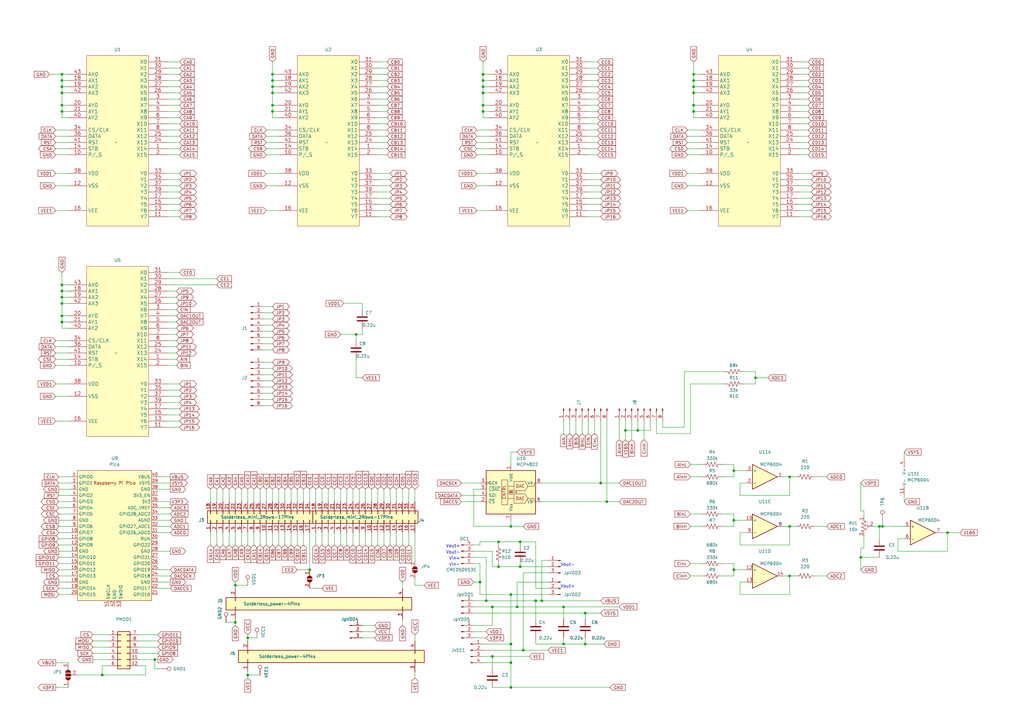
<source format=kicad_sch>
(kicad_sch (version 20231120) (generator "eeschema") (generator_version "8.0")
  (paper "A3")
  (junction (at 63.5 270.51))
  (junction (at 25.4 119.38))
  (junction (at 213.36 222.25))
  (junction (at 198.12 33.02))
  (junction (at 284.48 45.72))
  (junction (at 256.54 176.53))
  (junction (at 111.76 33.02))
  (junction (at 231.14 248.92))
  (junction (at 284.48 38.1))
  (junction (at 111.76 43.18))
  (junction (at 25.4 30.48))
  (junction (at 361.95 215.9))
  (junction (at 96.52 240.03))
  (junction (at 309.88 154.94))
  (junction (at 25.4 116.84))
  (junction (at 323.85 215.9))
  (junction (at 127 233.68))
  (junction (at 284.48 33.02))
  (junction (at 199.39 246.38))
  (junction (at 212.09 248.92))
  (junction (at 248.92 205.74))
  (junction (at 323.85 236.22))
  (junction (at 300.99 213.36))
  (junction (at 201.93 269.24))
  (junction (at 25.4 38.1))
  (junction (at 209.55 281.94))
  (junction (at 323.85 195.58))
  (junction (at 284.48 30.48))
  (junction (at 25.4 43.18))
  (junction (at 284.48 43.18))
  (junction (at 240.03 251.46))
  (junction (at 284.48 35.56))
  (junction (at 204.47 222.25))
  (junction (at 198.12 43.18))
  (junction (at 111.76 30.48))
  (junction (at 25.4 132.08))
  (junction (at 209.55 271.78))
  (junction (at 96.52 255.27))
  (junction (at 353.06 228.6))
  (junction (at 300.99 193.04))
  (junction (at 246.38 198.12))
  (junction (at 360.68 215.9))
  (junction (at 111.76 45.72))
  (junction (at 209.55 215.9))
  (junction (at 41.91 276.86))
  (junction (at 196.85 238.76))
  (junction (at 198.12 38.1))
  (junction (at 146.05 137.16))
  (junction (at 219.71 246.38))
  (junction (at 25.4 124.46))
  (junction (at 201.93 248.92))
  (junction (at 101.6 276.86))
  (junction (at 214.63 266.7))
  (junction (at 240.03 264.16))
  (junction (at 213.36 232.41))
  (junction (at 209.55 264.16))
  (junction (at 388.62 218.44))
  (junction (at 25.4 45.72))
  (junction (at 111.76 38.1))
  (junction (at 25.4 35.56))
  (junction (at 25.4 129.54))
  (junction (at 300.99 233.68))
  (junction (at 204.47 232.41))
  (junction (at 25.4 33.02))
  (junction (at 231.14 264.16))
  (junction (at 222.25 246.38))
  (junction (at 101.6 261.62))
  (junction (at 198.12 35.56))
  (junction (at 25.4 121.92))
  (junction (at 111.76 35.56))
  (junction (at 198.12 30.48))
  (junction (at 198.12 45.72))
  (junction (at 209.55 243.84))
  (junction (at 261.62 176.53))
  (wire (pts (xy 231.14 172.72) (xy 231.14 177.8)))
  (wire (pts (xy 300.99 231.14) (xy 300.99 233.68)))
  (wire (pts (xy 68.58 139.7) (xy 72.39 139.7)))
  (wire (pts (xy 152.4 200.66) (xy 152.4 205.74)))
  (wire (pts (xy 148.59 261.62) (xy 153.67 261.62)))
  (wire (pts (xy 66.04 274.32) (xy 63.5 274.32)))
  (wire (pts (xy 101.6 276.86) (xy 101.6 278.13)))
  (wire (pts (xy 68.58 160.02) (xy 73.66 160.02)))
  (wire (pts (xy 68.58 116.84) (xy 88.9 116.84)))
  (wire (pts (xy 22.86 71.12) (xy 27.94 71.12)))
  (wire (pts (xy 107.95 135.89) (xy 111.76 135.89)))
  (wire (pts (xy 25.4 45.72) (xy 25.4 48.26)))
  (wire (pts (xy 353.06 224.79) (xy 353.06 228.6)))
  (wire (pts (xy 111.76 45.72) (xy 114.3 45.72)))
  (wire (pts (xy 68.58 175.26) (xy 73.66 175.26)))
  (wire (pts (xy 241.3 73.66) (xy 246.38 73.66)))
  (wire (pts (xy 68.58 121.92) (xy 72.39 121.92)))
  (wire (pts (xy 24.13 215.9) (xy 29.21 215.9)))
  (wire (pts (xy 209.55 281.94) (xy 250.19 281.94)))
  (wire (pts (xy 68.58 134.62) (xy 72.39 134.62)))
  (wire (pts (xy 231.14 264.16) (xy 240.03 264.16)))
  (wire (pts (xy 64.77 208.28) (xy 69.85 208.28)))
  (wire (pts (xy 25.4 43.18) (xy 27.94 43.18)))
  (wire (pts (xy 241.3 40.64) (xy 245.11 40.64)))
  (wire (pts (xy 284.48 48.26) (xy 287.02 48.26)))
  (wire (pts (xy 68.58 119.38) (xy 72.39 119.38)))
  (wire (pts (xy 213.36 232.41) (xy 224.79 232.41)))
  (wire (pts (xy 271.78 172.72) (xy 271.78 175.26)))
  (wire (pts (xy 300.99 210.82) (xy 300.99 213.36)))
  (wire (pts (xy 327.66 58.42) (xy 331.47 58.42)))
  (wire (pts (xy 93.98 200.66) (xy 93.98 205.74)))
  (wire (pts (xy 68.58 35.56) (xy 73.66 35.56)))
  (wire (pts (xy 25.4 124.46) (xy 27.94 124.46)))
  (wire (pts (xy 160.02 218.44) (xy 160.02 223.52)))
  (wire (pts (xy 241.3 63.5) (xy 245.11 63.5)))
  (wire (pts (xy 281.94 71.12) (xy 287.02 71.12)))
  (wire (pts (xy 233.68 172.72) (xy 233.68 177.8)))
  (wire (pts (xy 144.78 218.44) (xy 144.78 223.52)))
  (wire (pts (xy 194.31 223.52) (xy 196.85 223.52)))
  (wire (pts (xy 170.18 260.35) (xy 170.18 262.89)))
  (wire (pts (xy 303.53 238.76) (xy 306.07 238.76)))
  (wire (pts (xy 269.24 172.72) (xy 269.24 177.8)))
  (wire (pts (xy 139.7 218.44) (xy 139.7 223.52)))
  (wire (pts (xy 111.76 43.18) (xy 114.3 43.18)))
  (wire (pts (xy 111.76 38.1) (xy 111.76 43.18)))
  (wire (pts (xy 241.3 71.12) (xy 246.38 71.12)))
  (wire (pts (xy 101.6 260.35) (xy 101.6 261.62)))
  (wire (pts (xy 68.58 137.16) (xy 72.39 137.16)))
  (wire (pts (xy 246.38 172.72) (xy 246.38 198.12)))
  (wire (pts (xy 303.53 218.44) (xy 306.07 218.44)))
  (wire (pts (xy 327.66 50.8) (xy 331.47 50.8)))
  (wire (pts (xy 154.94 30.48) (xy 158.75 30.48)))
  (wire (pts (xy 195.58 55.88) (xy 200.66 55.88)))
  (wire (pts (xy 198.12 35.56) (xy 198.12 38.1)))
  (wire (pts (xy 284.48 43.18) (xy 287.02 43.18)))
  (wire (pts (xy 154.94 25.4) (xy 158.75 25.4)))
  (wire (pts (xy 284.48 38.1) (xy 287.02 38.1)))
  (wire (pts (xy 323.85 215.9) (xy 326.39 215.9)))
  (wire (pts (xy 25.4 132.08) (xy 25.4 134.62)))
  (wire (pts (xy 323.85 195.58) (xy 326.39 195.58)))
  (wire (pts (xy 201.93 281.94) (xy 209.55 281.94)))
  (wire (pts (xy 327.66 33.02) (xy 331.47 33.02)))
  (wire (pts (xy 109.22 86.36) (xy 114.3 86.36)))
  (wire (pts (xy 240.03 251.46) (xy 246.38 251.46)))
  (wire (pts (xy 121.92 200.66) (xy 121.92 205.74)))
  (wire (pts (xy 24.13 195.58) (xy 29.21 195.58)))
  (wire (pts (xy 68.58 83.82) (xy 73.66 83.82)))
  (wire (pts (xy 204.47 232.41) (xy 213.36 232.41)))
  (wire (pts (xy 68.58 144.78) (xy 72.39 144.78)))
  (wire (pts (xy 283.21 215.9) (xy 288.29 215.9)))
  (wire (pts (xy 167.64 200.66) (xy 167.64 205.74)))
  (wire (pts (xy 241.3 60.96) (xy 245.11 60.96)))
  (wire (pts (xy 327.66 86.36) (xy 332.74 86.36)))
  (wire (pts (xy 295.91 190.5) (xy 300.99 190.5)))
  (wire (pts (xy 360.68 215.9) (xy 360.68 220.98)))
  (wire (pts (xy 142.24 218.44) (xy 142.24 223.52)))
  (wire (pts (xy 114.3 30.48) (xy 111.76 30.48)))
  (wire (pts (xy 370.84 203.2) (xy 370.84 205.74)))
  (wire (pts (xy 22.86 63.5) (xy 27.94 63.5)))
  (wire (pts (xy 24.13 243.84) (xy 29.21 243.84)))
  (wire (pts (xy 209.55 264.16) (xy 209.55 271.78)))
  (wire (pts (xy 198.12 269.24) (xy 201.93 269.24)))
  (wire (pts (xy 327.66 71.12) (xy 332.74 71.12)))
  (wire (pts (xy 154.94 78.74) (xy 160.02 78.74)))
  (wire (pts (xy 68.58 27.94) (xy 73.66 27.94)))
  (wire (pts (xy 68.58 30.48) (xy 73.66 30.48)))
  (wire (pts (xy 157.48 218.44) (xy 157.48 223.52)))
  (wire (pts (xy 194.31 215.9) (xy 209.55 215.9)))
  (wire (pts (xy 107.95 156.21) (xy 111.76 156.21)))
  (wire (pts (xy 68.58 162.56) (xy 73.66 162.56)))
  (wire (pts (xy 107.95 133.35) (xy 111.76 133.35)))
  (wire (pts (xy 25.4 129.54) (xy 25.4 132.08)))
  (wire (pts (xy 154.94 218.44) (xy 154.94 223.52)))
  (wire (pts (xy 353.06 228.6) (xy 360.68 228.6)))
  (wire (pts (xy 284.48 35.56) (xy 284.48 38.1)))
  (wire (pts (xy 146.05 137.16) (xy 146.05 139.7)))
  (wire (pts (xy 132.08 218.44) (xy 132.08 223.52)))
  (wire (pts (xy 96.52 254) (xy 96.52 255.27)))
  (wire (pts (xy 25.4 111.76) (xy 25.4 116.84)))
  (wire (pts (xy 22.86 144.78) (xy 27.94 144.78)))
  (wire (pts (xy 195.58 58.42) (xy 200.66 58.42)))
  (wire (pts (xy 116.84 218.44) (xy 116.84 223.52)))
  (wire (pts (xy 111.76 33.02) (xy 114.3 33.02)))
  (wire (pts (xy 24.13 228.6) (xy 29.21 228.6)))
  (wire (pts (xy 204.47 222.25) (xy 204.47 223.52)))
  (wire (pts (xy 22.86 271.78) (xy 27.94 271.78)))
  (wire (pts (xy 194.31 248.92) (xy 201.93 248.92)))
  (wire (pts (xy 241.3 38.1) (xy 245.11 38.1)))
  (wire (pts (xy 204.47 231.14) (xy 204.47 232.41)))
  (wire (pts (xy 295.91 236.22) (xy 300.99 236.22)))
  (wire (pts (xy 64.77 241.3) (xy 69.85 241.3)))
  (wire (pts (xy 165.1 218.44) (xy 165.1 223.52)))
  (wire (pts (xy 173.99 240.03) (xy 170.18 240.03)))
  (wire (pts (xy 111.76 30.48) (xy 111.76 33.02)))
  (wire (pts (xy 196.85 200.66) (xy 194.31 200.66)))
  (wire (pts (xy 327.66 35.56) (xy 331.47 35.56)))
  (wire (pts (xy 281.94 55.88) (xy 287.02 55.88)))
  (wire (pts (xy 241.3 53.34) (xy 245.11 53.34)))
  (wire (pts (xy 386.08 218.44) (xy 388.62 218.44)))
  (wire (pts (xy 68.58 149.86) (xy 72.39 149.86)))
  (wire (pts (xy 111.76 33.02) (xy 111.76 35.56)))
  (wire (pts (xy 24.13 238.76) (xy 29.21 238.76)))
  (wire (pts (xy 327.66 48.26) (xy 331.47 48.26)))
  (wire (pts (xy 361.95 213.36) (xy 361.95 215.9)))
  (wire (pts (xy 243.84 172.72) (xy 243.84 177.8)))
  (wire (pts (xy 25.4 134.62) (xy 27.94 134.62)))
  (wire (pts (xy 327.66 53.34) (xy 331.47 53.34)))
  (wire (pts (xy 68.58 73.66) (xy 73.66 73.66)))
  (wire (pts (xy 154.94 88.9) (xy 160.02 88.9)))
  (wire (pts (xy 25.4 35.56) (xy 25.4 38.1)))
  (wire (pts (xy 303.53 203.2) (xy 323.85 203.2)))
  (wire (pts (xy 154.94 86.36) (xy 160.02 86.36)))
  (wire (pts (xy 284.48 35.56) (xy 287.02 35.56)))
  (wire (pts (xy 111.76 200.66) (xy 111.76 205.74)))
  (wire (pts (xy 38.1 267.97) (xy 44.45 267.97)))
  (wire (pts (xy 287.02 30.48) (xy 284.48 30.48)))
  (wire (pts (xy 57.15 270.51) (xy 63.5 270.51)))
  (wire (pts (xy 25.4 119.38) (xy 27.94 119.38)))
  (wire (pts (xy 64.77 198.12) (xy 69.85 198.12)))
  (wire (pts (xy 334.01 215.9) (xy 339.09 215.9)))
  (wire (pts (xy 111.76 43.18) (xy 111.76 45.72)))
  (wire (pts (xy 104.14 200.66) (xy 104.14 205.74)))
  (wire (pts (xy 137.16 218.44) (xy 137.16 223.52)))
  (wire (pts (xy 327.66 55.88) (xy 331.47 55.88)))
  (wire (pts (xy 96.52 238.76) (xy 96.52 240.03)))
  (wire (pts (xy 327.66 83.82) (xy 332.74 83.82)))
  (wire (pts (xy 154.94 60.96) (xy 158.75 60.96)))
  (wire (pts (xy 68.58 81.28) (xy 73.66 81.28)))
  (wire (pts (xy 109.22 63.5) (xy 114.3 63.5)))
  (wire (pts (xy 68.58 111.76) (xy 73.66 111.76)))
  (wire (pts (xy 25.4 121.92) (xy 27.94 121.92)))
  (wire (pts (xy 241.3 33.02) (xy 245.11 33.02)))
  (wire (pts (xy 101.6 218.44) (xy 101.6 223.52)))
  (wire (pts (xy 189.23 205.74) (xy 196.85 205.74)))
  (wire (pts (xy 24.13 220.98) (xy 29.21 220.98)))
  (wire (pts (xy 241.3 50.8) (xy 245.11 50.8)))
  (wire (pts (xy 25.4 121.92) (xy 25.4 124.46)))
  (wire (pts (xy 99.06 218.44) (xy 99.06 223.52)))
  (wire (pts (xy 198.12 43.18) (xy 198.12 45.72)))
  (wire (pts (xy 24.13 208.28) (xy 29.21 208.28)))
  (wire (pts (xy 154.94 71.12) (xy 160.02 71.12)))
  (wire (pts (xy 256.54 176.53) (xy 261.62 176.53)))
  (wire (pts (xy 24.13 210.82) (xy 29.21 210.82)))
  (wire (pts (xy 92.71 255.27) (xy 96.52 255.27)))
  (wire (pts (xy 199.39 228.6) (xy 199.39 246.38)))
  (wire (pts (xy 189.23 203.2) (xy 196.85 203.2)))
  (wire (pts (xy 116.84 200.66) (xy 116.84 205.74)))
  (wire (pts (xy 119.38 200.66) (xy 119.38 205.74)))
  (wire (pts (xy 64.77 205.74) (xy 69.85 205.74)))
  (wire (pts (xy 68.58 147.32) (xy 72.39 147.32)))
  (wire (pts (xy 201.93 256.54) (xy 201.93 248.92)))
  (wire (pts (xy 154.94 33.02) (xy 158.75 33.02)))
  (wire (pts (xy 111.76 35.56) (xy 114.3 35.56)))
  (wire (pts (xy 140.97 124.46) (xy 148.59 124.46)))
  (wire (pts (xy 306.07 198.12) (xy 303.53 198.12)))
  (wire (pts (xy 212.09 238.76) (xy 212.09 248.92)))
  (wire (pts (xy 111.76 38.1) (xy 114.3 38.1)))
  (wire (pts (xy 22.86 58.42) (xy 27.94 58.42)))
  (wire (pts (xy 201.93 269.24) (xy 217.17 269.24)))
  (wire (pts (xy 241.3 35.56) (xy 245.11 35.56)))
  (wire (pts (xy 201.93 269.24) (xy 201.93 274.32)))
  (wire (pts (xy 198.12 266.7) (xy 214.63 266.7)))
  (wire (pts (xy 68.58 63.5) (xy 73.66 63.5)))
  (wire (pts (xy 240.03 261.62) (xy 240.03 264.16)))
  (wire (pts (xy 154.94 45.72) (xy 158.75 45.72)))
  (wire (pts (xy 68.58 172.72) (xy 73.66 172.72)))
  (wire (pts (xy 68.58 165.1) (xy 73.66 165.1)))
  (wire (pts (xy 109.22 200.66) (xy 109.22 205.74)))
  (wire (pts (xy 241.3 55.88) (xy 245.11 55.88)))
  (wire (pts (xy 368.3 226.06) (xy 388.62 226.06)))
  (wire (pts (xy 149.86 218.44) (xy 149.86 223.52)))
  (wire (pts (xy 27.94 116.84) (xy 25.4 116.84)))
  (wire (pts (xy 157.48 200.66) (xy 157.48 205.74)))
  (wire (pts (xy 241.3 25.4) (xy 245.11 25.4)))
  (wire (pts (xy 297.18 157.48) (xy 283.21 157.48)))
  (wire (pts (xy 281.94 86.36) (xy 287.02 86.36)))
  (wire (pts (xy 241.3 172.72) (xy 241.3 177.8)))
  (wire (pts (xy 57.15 267.97) (xy 64.77 267.97)))
  (wire (pts (xy 68.58 43.18) (xy 73.66 43.18)))
  (wire (pts (xy 195.58 86.36) (xy 200.66 86.36)))
  (wire (pts (xy 68.58 76.2) (xy 73.66 76.2)))
  (wire (pts (xy 154.94 48.26) (xy 158.75 48.26)))
  (wire (pts (xy 360.68 215.9) (xy 361.95 215.9)))
  (wire (pts (xy 96.52 240.03) (xy 96.52 241.3)))
  (wire (pts (xy 370.84 220.98) (xy 368.3 220.98)))
  (wire (pts (xy 241.3 27.94) (xy 245.11 27.94)))
  (wire (pts (xy 224.79 229.87) (xy 222.25 229.87)))
  (wire (pts (xy 68.58 86.36) (xy 73.66 86.36)))
  (wire (pts (xy 127 218.44) (xy 127 233.68)))
  (wire (pts (xy 165.1 238.76) (xy 165.1 241.3)))
  (wire (pts (xy 361.95 215.9) (xy 370.84 215.9)))
  (wire (pts (xy 69.85 238.76) (xy 64.77 238.76)))
  (wire (pts (xy 327.66 81.28) (xy 332.74 81.28)))
  (wire (pts (xy 283.21 210.82) (xy 288.29 210.82)))
  (wire (pts (xy 68.58 53.34) (xy 73.66 53.34)))
  (wire (pts (xy 327.66 38.1) (xy 331.47 38.1)))
  (wire (pts (xy 321.31 195.58) (xy 323.85 195.58)))
  (wire (pts (xy 154.94 50.8) (xy 158.75 50.8)))
  (wire (pts (xy 195.58 76.2) (xy 200.66 76.2)))
  (wire (pts (xy 283.21 190.5) (xy 288.29 190.5)))
  (wire (pts (xy 114.3 200.66) (xy 114.3 205.74)))
  (wire (pts (xy 209.55 243.84) (xy 224.79 243.84)))
  (wire (pts (xy 201.93 248.92) (xy 212.09 248.92)))
  (wire (pts (xy 57.15 265.43) (xy 64.77 265.43)))
  (wire (pts (xy 327.66 60.96) (xy 331.47 60.96)))
  (wire (pts (xy 129.54 218.44) (xy 129.54 223.52)))
  (wire (pts (xy 300.99 190.5) (xy 300.99 193.04)))
  (wire (pts (xy 231.14 248.92) (xy 254 248.92)))
  (wire (pts (xy 321.31 215.9) (xy 323.85 215.9)))
  (wire (pts (xy 114.3 218.44) (xy 114.3 223.52)))
  (wire (pts (xy 24.13 213.36) (xy 29.21 213.36)))
  (wire (pts (xy 22.86 142.24) (xy 27.94 142.24)))
  (wire (pts (xy 25.4 45.72) (xy 27.94 45.72)))
  (wire (pts (xy 219.71 264.16) (xy 231.14 264.16)))
  (wire (pts (xy 101.6 261.62) (xy 105.41 261.62)))
  (wire (pts (xy 148.59 154.94) (xy 146.05 154.94)))
  (wire (pts (xy 111.76 35.56) (xy 111.76 38.1)))
  (wire (pts (xy 63.5 270.51) (xy 64.77 270.51)))
  (wire (pts (xy 68.58 78.74) (xy 73.66 78.74)))
  (wire (pts (xy 160.02 200.66) (xy 160.02 205.74)))
  (wire (pts (xy 25.4 132.08) (xy 27.94 132.08)))
  (wire (pts (xy 353.06 209.55) (xy 353.06 198.12)))
  (wire (pts (xy 199.39 246.38) (xy 219.71 246.38)))
  (wire (pts (xy 22.86 55.88) (xy 27.94 55.88)))
  (wire (pts (xy 321.31 236.22) (xy 323.85 236.22)))
  (wire (pts (xy 68.58 38.1) (xy 73.66 38.1)))
  (wire (pts (xy 198.12 48.26) (xy 200.66 48.26)))
  (wire (pts (xy 24.13 231.14) (xy 29.21 231.14)))
  (wire (pts (xy 284.48 33.02) (xy 287.02 33.02)))
  (wire (pts (xy 295.91 195.58) (xy 300.99 195.58)))
  (wire (pts (xy 198.12 45.72) (xy 200.66 45.72)))
  (wire (pts (xy 238.76 172.72) (xy 238.76 177.8)))
  (wire (pts (xy 241.3 88.9) (xy 246.38 88.9)))
  (wire (pts (xy 68.58 45.72) (xy 73.66 45.72)))
  (wire (pts (xy 132.08 241.3) (xy 127 241.3)))
  (wire (pts (xy 323.85 215.9) (xy 323.85 223.52)))
  (wire (pts (xy 219.71 241.3) (xy 224.79 241.3)))
  (wire (pts (xy 107.95 125.73) (xy 111.76 125.73)))
  (wire (pts (xy 198.12 25.4) (xy 198.12 30.48)))
  (wire (pts (xy 68.58 88.9) (xy 73.66 88.9)))
  (wire (pts (xy 68.58 127) (xy 72.39 127)))
  (wire (pts (xy 170.18 200.66) (xy 170.18 205.74)))
  (wire (pts (xy 370.84 185.42) (xy 370.84 187.96)))
  (wire (pts (xy 224.79 238.76) (xy 212.09 238.76)))
  (wire (pts (xy 165.1 254) (xy 165.1 256.54)))
  (wire (pts (xy 109.22 58.42) (xy 114.3 58.42)))
  (wire (pts (xy 107.95 138.43) (xy 111.76 138.43)))
  (wire (pts (xy 240.03 264.16) (xy 247.65 264.16)))
  (wire (pts (xy 327.66 73.66) (xy 332.74 73.66)))
  (wire (pts (xy 25.4 43.18) (xy 25.4 45.72)))
  (wire (pts (xy 101.6 200.66) (xy 101.6 205.74)))
  (wire (pts (xy 57.15 260.35) (xy 64.77 260.35)))
  (wire (pts (xy 264.16 172.72) (xy 264.16 180.34)))
  (wire (pts (xy 303.53 238.76) (xy 303.53 243.84)))
  (wire (pts (xy 222.25 246.38) (xy 246.38 246.38)))
  (wire (pts (xy 22.86 147.32) (xy 27.94 147.32)))
  (wire (pts (xy 96.52 240.03) (xy 101.6 240.03)))
  (wire (pts (xy 213.36 231.14) (xy 213.36 232.41)))
  (wire (pts (xy 261.62 176.53) (xy 266.7 176.53)))
  (wire (pts (xy 22.86 60.96) (xy 27.94 60.96)))
  (wire (pts (xy 127 200.66) (xy 127 205.74)))
  (wire (pts (xy 284.48 33.02) (xy 284.48 35.56)))
  (wire (pts (xy 22.86 139.7) (xy 27.94 139.7)))
  (wire (pts (xy 109.22 76.2) (xy 114.3 76.2)))
  (wire (pts (xy 68.58 124.46) (xy 72.39 124.46)))
  (wire (pts (xy 111.76 25.4) (xy 111.76 30.48)))
  (wire (pts (xy 219.71 246.38) (xy 219.71 254)))
  (wire (pts (xy 354.33 219.71) (xy 354.33 224.79)))
  (wire (pts (xy 198.12 45.72) (xy 198.12 48.26)))
  (wire (pts (xy 107.95 158.75) (xy 111.76 158.75)))
  (wire (pts (xy 154.94 58.42) (xy 158.75 58.42)))
  (wire (pts (xy 266.7 172.72) (xy 266.7 176.53)))
  (wire (pts (xy 107.95 151.13) (xy 111.76 151.13)))
  (wire (pts (xy 281.94 63.5) (xy 287.02 63.5)))
  (wire (pts (xy 137.16 200.66) (xy 137.16 205.74)))
  (wire (pts (xy 195.58 60.96) (xy 200.66 60.96)))
  (wire (pts (xy 198.12 33.02) (xy 200.66 33.02)))
  (wire (pts (xy 334.01 195.58) (xy 339.09 195.58)))
  (wire (pts (xy 280.67 152.4) (xy 280.67 175.26)))
  (wire (pts (xy 196.85 243.84) (xy 209.55 243.84)))
  (wire (pts (xy 68.58 114.3) (xy 88.9 114.3)))
  (wire (pts (xy 69.85 213.36) (xy 64.77 213.36)))
  (wire (pts (xy 196.85 238.76) (xy 196.85 243.84)))
  (wire (pts (xy 214.63 234.95) (xy 214.63 266.7)))
  (wire (pts (xy 25.4 33.02) (xy 27.94 33.02)))
  (wire (pts (xy 209.55 213.36) (xy 209.55 215.9)))
  (wire (pts (xy 88.9 200.66) (xy 88.9 205.74)))
  (wire (pts (xy 86.36 218.44) (xy 86.36 223.52)))
  (wire (pts (xy 147.32 218.44) (xy 147.32 223.52)))
  (wire (pts (xy 149.86 200.66) (xy 149.86 205.74)))
  (wire (pts (xy 256.54 180.34) (xy 256.54 176.53)))
  (wire (pts (xy 68.58 71.12) (xy 73.66 71.12)))
  (wire (pts (xy 284.48 43.18) (xy 284.48 45.72)))
  (wire (pts (xy 194.31 251.46) (xy 240.03 251.46)))
  (wire (pts (xy 20.32 30.48) (xy 25.4 30.48)))
  (wire (pts (xy 24.13 198.12) (xy 29.21 198.12)))
  (wire (pts (xy 300.99 233.68) (xy 306.07 233.68)))
  (wire (pts (xy 248.92 205.74) (xy 254 205.74)))
  (wire (pts (xy 323.85 195.58) (xy 323.85 203.2)))
  (wire (pts (xy 162.56 218.44) (xy 162.56 223.52)))
  (wire (pts (xy 300.99 193.04) (xy 306.07 193.04)))
  (wire (pts (xy 162.56 200.66) (xy 162.56 205.74)))
  (wire (pts (xy 283.21 236.22) (xy 288.29 236.22)))
  (wire (pts (xy 194.31 246.38) (xy 199.39 246.38)))
  (wire (pts (xy 22.86 172.72) (xy 27.94 172.72)))
  (wire (pts (xy 121.92 218.44) (xy 121.92 223.52)))
  (wire (pts (xy 106.68 200.66) (xy 106.68 205.74)))
  (wire (pts (xy 148.59 259.08) (xy 153.67 259.08)))
  (wire (pts (xy 22.86 86.36) (xy 27.94 86.36)))
  (wire (pts (xy 198.12 35.56) (xy 200.66 35.56)))
  (wire (pts (xy 68.58 170.18) (xy 73.66 170.18)))
  (wire (pts (xy 295.91 215.9) (xy 300.99 215.9)))
  (wire (pts (xy 154.94 43.18) (xy 158.75 43.18)))
  (wire (pts (xy 106.68 218.44) (xy 106.68 223.52)))
  (wire (pts (xy 231.14 261.62) (xy 231.14 264.16)))
  (wire (pts (xy 154.94 27.94) (xy 158.75 27.94)))
  (wire (pts (xy 68.58 25.4) (xy 73.66 25.4)))
  (wire (pts (xy 124.46 200.66) (xy 124.46 205.74)))
  (wire (pts (xy 91.44 218.44) (xy 91.44 223.52)))
  (wire (pts (xy 86.36 200.66) (xy 86.36 205.74)))
  (wire (pts (xy 196.85 231.14) (xy 196.85 238.76)))
  (wire (pts (xy 300.99 193.04) (xy 300.99 195.58)))
  (wire (pts (xy 213.36 222.25) (xy 219.71 222.25)))
  (wire (pts (xy 24.13 218.44) (xy 29.21 218.44)))
  (wire (pts (xy 327.66 43.18) (xy 331.47 43.18)))
  (wire (pts (xy 209.55 243.84) (xy 209.55 264.16)))
  (wire (pts (xy 170.18 275.59) (xy 170.18 278.13)))
  (wire (pts (xy 194.31 238.76) (xy 196.85 238.76)))
  (wire (pts (xy 281.94 53.34) (xy 287.02 53.34)))
  (wire (pts (xy 25.4 38.1) (xy 27.94 38.1)))
  (wire (pts (xy 222.25 198.12) (xy 246.38 198.12)))
  (wire (pts (xy 68.58 129.54) (xy 72.39 129.54)))
  (wire (pts (xy 22.86 53.34) (xy 27.94 53.34)))
  (wire (pts (xy 209.55 185.42) (xy 209.55 190.5)))
  (wire (pts (xy 196.85 223.52) (xy 196.85 222.25)))
  (wire (pts (xy 214.63 266.7) (xy 224.79 266.7)))
  (wire (pts (xy 198.12 264.16) (xy 209.55 264.16)))
  (wire (pts (xy 297.18 152.4) (xy 280.67 152.4)))
  (wire (pts (xy 194.31 259.08) (xy 199.39 259.08)))
  (wire (pts (xy 146.05 137.16) (xy 148.59 137.16)))
  (wire (pts (xy 41.91 273.05) (xy 41.91 276.86)))
  (wire (pts (xy 254 172.72) (xy 254 180.34)))
  (wire (pts (xy 152.4 218.44) (xy 152.4 223.52)))
  (wire (pts (xy 283.21 157.48) (xy 283.21 177.8)))
  (wire (pts (xy 334.01 236.22) (xy 339.09 236.22)))
  (wire (pts (xy 154.94 38.1) (xy 158.75 38.1)))
  (wire (pts (xy 170.18 237.49) (xy 170.18 240.03)))
  (wire (pts (xy 165.1 200.66) (xy 165.1 205.74)))
  (wire (pts (xy 241.3 30.48) (xy 245.11 30.48)))
  (wire (pts (xy 64.77 210.82) (xy 69.85 210.82)))
  (wire (pts (xy 248.92 172.72) (xy 248.92 205.74)))
  (wire (pts (xy 222.25 205.74) (xy 248.92 205.74)))
  (wire (pts (xy 64.77 236.22) (xy 69.85 236.22)))
  (wire (pts (xy 107.95 163.83) (xy 111.76 163.83)))
  (wire (pts (xy 219.71 222.25) (xy 219.71 241.3)))
  (wire (pts (xy 134.62 218.44) (xy 134.62 223.52)))
  (wire (pts (xy 109.22 71.12) (xy 114.3 71.12)))
  (wire (pts (xy 101.6 275.59) (xy 101.6 276.86)))
  (wire (pts (xy 107.95 148.59) (xy 111.76 148.59)))
  (wire (pts (xy 219.71 246.38) (xy 222.25 246.38)))
  (wire (pts (xy 154.94 53.34) (xy 158.75 53.34)))
  (wire (pts (xy 303.53 243.84) (xy 323.85 243.84)))
  (wire (pts (xy 107.95 130.81) (xy 111.76 130.81)))
  (wire (pts (xy 281.94 58.42) (xy 287.02 58.42)))
  (wire (pts (xy 99.06 200.66) (xy 99.06 205.74)))
  (wire (pts (xy 241.3 45.72) (xy 245.11 45.72)))
  (wire (pts (xy 148.59 134.62) (xy 148.59 137.16)))
  (wire (pts (xy 241.3 83.82) (xy 246.38 83.82)))
  (wire (pts (xy 25.4 30.48) (xy 25.4 33.02)))
  (wire (pts (xy 119.38 218.44) (xy 119.38 223.52)))
  (wire (pts (xy 101.6 261.62) (xy 101.6 262.89)))
  (wire (pts (xy 241.3 81.28) (xy 246.38 81.28)))
  (wire (pts (xy 281.94 76.2) (xy 287.02 76.2)))
  (wire (pts (xy 154.94 40.64) (xy 158.75 40.64)))
  (wire (pts (xy 57.15 262.89) (xy 64.77 262.89)))
  (wire (pts (xy 198.12 43.18) (xy 200.66 43.18)))
  (wire (pts (xy 25.4 35.56) (xy 27.94 35.56)))
  (wire (pts (xy 194.31 231.14) (xy 196.85 231.14)))
  (wire (pts (xy 64.77 195.58) (xy 69.85 195.58)))
  (wire (pts (xy 200.66 30.48) (xy 198.12 30.48)))
  (wire (pts (xy 27.94 30.48) (xy 25.4 30.48)))
  (wire (pts (xy 241.3 86.36) (xy 246.38 86.36)))
  (wire (pts (xy 44.45 273.05) (xy 41.91 273.05)))
  (wire (pts (xy 24.13 233.68) (xy 29.21 233.68)))
  (wire (pts (xy 68.58 55.88) (xy 73.66 55.88)))
  (wire (pts (xy 59.69 273.05) (xy 57.15 273.05)))
  (wire (pts (xy 354.33 209.55) (xy 353.06 209.55)))
  (wire (pts (xy 303.53 218.44) (xy 303.53 223.52)))
  (wire (pts (xy 38.1 270.51) (xy 44.45 270.51)))
  (wire (pts (xy 111.76 48.26) (xy 114.3 48.26)))
  (wire (pts (xy 283.21 231.14) (xy 288.29 231.14)))
  (wire (pts (xy 198.12 38.1) (xy 198.12 43.18)))
  (wire (pts (xy 261.62 172.72) (xy 261.62 176.53)))
  (wire (pts (xy 24.13 205.74) (xy 29.21 205.74)))
  (wire (pts (xy 24.13 223.52) (xy 29.21 223.52)))
  (wire (pts (xy 142.24 200.66) (xy 142.24 205.74)))
  (wire (pts (xy 121.92 233.68) (xy 127 233.68)))
  (wire (pts (xy 198.12 30.48) (xy 198.12 33.02)))
  (wire (pts (xy 24.13 241.3) (xy 29.21 241.3)))
  (wire (pts (xy 284.48 38.1) (xy 284.48 43.18)))
  (wire (pts (xy 170.18 218.44) (xy 170.18 229.87)))
  (wire (pts (xy 240.03 251.46) (xy 240.03 254)))
  (wire (pts (xy 154.94 73.66) (xy 160.02 73.66)))
  (wire (pts (xy 146.05 154.94) (xy 146.05 147.32)))
  (wire (pts (xy 64.77 218.44) (xy 69.85 218.44)))
  (wire (pts (xy 189.23 198.12) (xy 196.85 198.12)))
  (wire (pts (xy 25.4 129.54) (xy 27.94 129.54)))
  (wire (pts (xy 284.48 30.48) (xy 284.48 33.02)))
  (wire (pts (xy 314.96 154.94) (xy 309.88 154.94)))
  (wire (pts (xy 24.13 200.66) (xy 29.21 200.66)))
  (wire (pts (xy 63.5 274.32) (xy 63.5 270.51)))
  (wire (pts (xy 24.13 236.22) (xy 29.21 236.22)))
  (wire (pts (xy 303.53 198.12) (xy 303.53 203.2)))
  (wire (pts (xy 358.14 215.9) (xy 360.68 215.9)))
  (wire (pts (xy 107.95 166.37) (xy 111.76 166.37)))
  (wire (pts (xy 69.85 200.66) (xy 64.77 200.66)))
  (wire (pts (xy 132.08 200.66) (xy 132.08 205.74)))
  (wire (pts (xy 68.58 142.24) (xy 72.39 142.24)))
  (wire (pts (xy 300.99 213.36) (xy 300.99 215.9)))
  (wire (pts (xy 212.09 185.42) (xy 209.55 185.42)))
  (wire (pts (xy 167.64 218.44) (xy 167.64 223.52)))
  (wire (pts (xy 194.31 228.6) (xy 199.39 228.6)))
  (wire (pts (xy 91.44 200.66) (xy 91.44 205.74)))
  (wire (pts (xy 104.14 218.44) (xy 104.14 223.52)))
  (wire (pts (xy 68.58 157.48) (xy 73.66 157.48)))
  (wire (pts (xy 304.8 152.4) (xy 309.88 152.4)))
  (wire (pts (xy 327.66 78.74) (xy 332.74 78.74)))
  (wire (pts (xy 25.4 48.26) (xy 27.94 48.26)))
  (wire (pts (xy 327.66 25.4) (xy 331.47 25.4)))
  (wire (pts (xy 139.7 137.16) (xy 146.05 137.16)))
  (wire (pts (xy 256.54 172.72) (xy 256.54 176.53)))
  (wire (pts (xy 64.77 233.68) (xy 69.85 233.68)))
  (wire (pts (xy 25.4 33.02) (xy 25.4 35.56)))
  (wire (pts (xy 231.14 248.92) (xy 231.14 254)))
  (wire (pts (xy 246.38 198.12) (xy 254 198.12)))
  (wire (pts (xy 144.78 200.66) (xy 144.78 205.74)))
  (wire (pts (xy 154.94 76.2) (xy 160.02 76.2)))
  (wire (pts (xy 388.62 218.44) (xy 393.7 218.44)))
  (wire (pts (xy 213.36 222.25) (xy 213.36 223.52)))
  (wire (pts (xy 209.55 271.78) (xy 209.55 281.94)))
  (wire (pts (xy 107.95 143.51) (xy 111.76 143.51)))
  (wire (pts (xy 38.1 262.89) (xy 44.45 262.89)))
  (wire (pts (xy 284.48 45.72) (xy 284.48 48.26)))
  (wire (pts (xy 194.31 226.06) (xy 201.93 226.06)))
  (wire (pts (xy 327.66 40.64) (xy 331.47 40.64)))
  (wire (pts (xy 154.94 200.66) (xy 154.94 205.74)))
  (wire (pts (xy 354.33 224.79) (xy 353.06 224.79)))
  (wire (pts (xy 111.76 218.44) (xy 111.76 223.52)))
  (wire (pts (xy 68.58 132.08) (xy 72.39 132.08)))
  (wire (pts (xy 134.62 200.66) (xy 134.62 205.74)))
  (wire (pts (xy 109.22 218.44) (xy 109.22 223.52)))
  (wire (pts (xy 111.76 45.72) (xy 111.76 48.26)))
  (wire (pts (xy 25.4 119.38) (xy 25.4 121.92)))
  (wire (pts (xy 309.88 157.48) (xy 309.88 154.94)))
  (wire (pts (xy 22.86 281.94) (xy 27.94 281.94)))
  (wire (pts (xy 284.48 25.4) (xy 284.48 30.48)))
  (wire (pts (xy 198.12 271.78) (xy 209.55 271.78)))
  (wire (pts (xy 109.22 60.96) (xy 114.3 60.96)))
  (wire (pts (xy 219.71 261.62) (xy 219.71 264.16)))
  (wire (pts (xy 327.66 30.48) (xy 331.47 30.48)))
  (wire (pts (xy 68.58 60.96) (xy 73.66 60.96)))
  (wire (pts (xy 300.99 213.36) (xy 306.07 213.36)))
  (wire (pts (xy 93.98 218.44) (xy 93.98 223.52)))
  (wire (pts (xy 139.7 200.66) (xy 139.7 205.74)))
  (wire (pts (xy 96.52 255.27) (xy 96.52 256.54)))
  (wire (pts (xy 241.3 43.18) (xy 245.11 43.18)))
  (wire (pts (xy 304.8 157.48) (xy 309.88 157.48)))
  (wire (pts (xy 25.4 116.84) (xy 25.4 119.38)))
  (wire (pts (xy 154.94 81.28) (xy 160.02 81.28)))
  (wire (pts (xy 295.91 210.82) (xy 300.99 210.82)))
  (wire (pts (xy 68.58 50.8) (xy 73.66 50.8)))
  (wire (pts (xy 64.77 215.9) (xy 69.85 215.9)))
  (wire (pts (xy 154.94 35.56) (xy 158.75 35.56)))
  (wire (pts (xy 68.58 40.64) (xy 73.66 40.64)))
  (wire (pts (xy 195.58 53.34) (xy 200.66 53.34)))
  (wire (pts (xy 109.22 55.88) (xy 114.3 55.88)))
  (wire (pts (xy 194.31 200.66) (xy 194.31 215.9)))
  (wire (pts (xy 96.52 218.44) (xy 96.52 223.52)))
  (wire (pts (xy 25.4 38.1) (xy 25.4 43.18)))
  (wire (pts (xy 284.48 45.72) (xy 287.02 45.72)))
  (wire (pts (xy 22.86 162.56) (xy 27.94 162.56)))
  (wire (pts (xy 25.4 124.46) (xy 25.4 129.54)))
  (wire (pts (xy 327.66 45.72) (xy 331.47 45.72)))
  (wire (pts (xy 194.31 256.54) (xy 201.93 256.54)))
  (wire (pts (xy 283.21 195.58) (xy 288.29 195.58)))
  (wire (pts (xy 195.58 63.5) (xy 200.66 63.5)))
  (wire (pts (xy 241.3 78.74) (xy 246.38 78.74)))
  (wire (pts (xy 281.94 60.96) (xy 287.02 60.96)))
  (wire (pts (xy 129.54 200.66) (xy 129.54 205.74)))
  (wire (pts (xy 147.32 200.66) (xy 147.32 205.74)))
  (wire (pts (xy 22.86 76.2) (xy 27.94 76.2)))
  (wire (pts (xy 368.3 220.98) (xy 368.3 226.06)))
  (wire (pts (xy 68.58 58.42) (xy 73.66 58.42)))
  (wire (pts (xy 154.94 83.82) (xy 160.02 83.82)))
  (wire (pts (xy 198.12 33.02) (xy 198.12 35.56)))
  (wire (pts (xy 107.95 140.97) (xy 111.76 140.97)))
  (wire (pts (xy 309.88 154.94) (xy 309.88 152.4)))
  (wire (pts (xy 198.12 38.1) (xy 200.66 38.1)))
  (wire (pts (xy 323.85 236.22) (xy 326.39 236.22)))
  (wire (pts (xy 69.85 226.06) (xy 64.77 226.06)))
  (wire (pts (xy 354.33 209.55) (xy 354.33 212.09)))
  (wire (pts (xy 22.86 157.48) (xy 27.94 157.48)))
  (wire (pts (xy 68.58 33.02) (xy 73.66 33.02)))
  (wire (pts (xy 241.3 58.42) (xy 245.11 58.42)))
  (wire (pts (xy 241.3 76.2) (xy 246.38 76.2)))
  (wire (pts (xy 22.86 149.86) (xy 27.94 149.86)))
  (wire (pts (xy 195.58 71.12) (xy 200.66 71.12)))
  (wire (pts (xy 59.69 276.86) (xy 59.69 273.05)))
  (wire (pts (xy 259.08 172.72) (xy 259.08 180.34)))
  (wire (pts (xy 68.58 48.26) (xy 73.66 48.26)))
  (wire (pts (xy 194.31 261.62) (xy 199.39 261.62)))
  (wire (pts (xy 107.95 161.29) (xy 111.76 161.29)))
  (wire (pts (xy 241.3 48.26) (xy 245.11 48.26)))
  (wire (pts (xy 124.46 218.44) (xy 124.46 223.52)))
  (wire (pts (xy 107.95 128.27) (xy 111.76 128.27)))
  (wire (pts (xy 209.55 215.9) (xy 214.63 215.9)))
  (wire (pts (xy 109.22 53.34) (xy 114.3 53.34)))
  (wire (pts (xy 327.66 63.5) (xy 331.47 63.5)))
  (wire (pts (xy 303.53 223.52) (xy 323.85 223.52)))
  (wire (pts (xy 38.1 260.35) (xy 44.45 260.35)))
  (wire (pts (xy 353.06 228.6) (xy 353.06 233.68)))
  (wire (pts (xy 295.91 231.14) (xy 300.99 231.14)))
  (wire (pts (xy 96.52 200.66) (xy 96.52 205.74)))
  (wire (pts (xy 269.24 177.8) (xy 283.21 177.8)))
  (wire (pts (xy 300.99 233.68) (xy 300.99 236.22)))
  (wire (pts (xy 24.13 226.06) (xy 29.21 226.06)))
  (wire (pts (xy 154.94 63.5) (xy 158.75 63.5)))
  (wire (pts (xy 196.85 222.25) (xy 204.47 222.25)))
  (wire (pts (xy 201.93 226.06) (xy 201.93 232.41)))
  (wire (pts (xy 327.66 88.9) (xy 332.74 88.9)))
  (wire (pts (xy 280.67 175.26) (xy 271.78 175.26)))
  (wire (pts (xy 214.63 234.95) (xy 224.79 234.95)))
  (wire (pts (xy 24.13 203.2) (xy 29.21 203.2)))
  (wire (pts (xy 236.22 172.72) (xy 236.22 177.8)))
  (wire (pts (xy 148.59 124.46) (xy 148.59 127)))
  (wire (pts (xy 388.62 226.06) (xy 388.62 218.44)))
  (wire (pts (xy 38.1 265.43) (xy 44.45 265.43)))
  (wire (pts (xy 222.25 229.87) (xy 222.25 246.38)))
  (wire (pts (xy 327.66 27.94) (xy 331.47 27.94)))
  (wire (pts (xy 323.85 243.84) (xy 323.85 236.22)))
  (wire (pts (xy 154.94 55.88) (xy 158.75 55.88)))
  (wire (pts (xy 31.75 276.86) (xy 41.91 276.86)))
  (wire (pts (xy 212.09 248.92) (xy 231.14 248.92)))
  (wire (pts (xy 88.9 218.44) (xy 88.9 223.52)))
  (wire (pts (xy 68.58 167.64) (xy 73.66 167.64)))
  (wire (pts (xy 41.91 276.86) (xy 59.69 276.86)))
  (wire (pts (xy 101.6 276.86) (xy 106.68 276.86)))
  (wire (pts (xy 201.93 232.41) (xy 204.47 232.41)))
  (wire (pts (xy 327.66 76.2) (xy 332.74 76.2)))
  (wire (pts (xy 204.47 222.25) (xy 213.36 222.25)))
  (wire (pts (xy 107.95 153.67) (xy 111.76 153.67)))
  (wire (pts (xy 148.59 256.54) (xy 153.67 256.54)))
  (text "Vin+" (at 184.15 229.87 0) (effects (font (size 1.27 1.27)) (justify left bottom)))
  (text "Vout+" (at 229.87 241.3 0) (effects (font (size 1.27 1.27)) (justify left bottom)))
  (text "Vout+" (at 182.88 224.79 0) (effects (font (size 1.27 1.27)) (justify left bottom)))
  (text "Vout-" (at 182.88 227.33 0) (effects (font (size 1.27 1.27)) (justify left bottom)))
  (text "Vout-" (at 229.87 232.41 0) (effects (font (size 1.27 1.27)) (justify left bottom)))
  (text "Vin-" (at 184.15 232.41 0) (effects (font (size 1.27 1.27)) (justify left bottom)))
  (global_label "CinL" (shape input) (at 243.84 177.8 270) (property "Intersheetrefs" "${INTERSHEET_REFS}" (effects (hide yes))))
  (global_label "GND" (shape input) (at 214.63 215.9 0) (property "Intersheetrefs" "${INTERSHEET_REFS}" (effects (hide yes))))
  (global_label "CE2" (shape input) (at 121.92 233.68 180) (property "Intersheetrefs" "${INTERSHEET_REFS}" (effects (hide yes))))
  (global_label "JP15" (shape bidirectional) (at 332.74 86.36 0) (property "Intersheetrefs" "${INTERSHEET_REFS}" (effects (hide yes))))
  (global_label "CE0" (shape input) (at 73.66 111.76 0) (property "Intersheetrefs" "${INTERSHEET_REFS}" (effects (hide yes))))
  (global_label "AinL" (shape input) (at 233.68 177.8 270) (property "Intersheetrefs" "${INTERSHEET_REFS}" (effects (hide yes))))
  (global_label "JP7" (shape bidirectional) (at 73.66 86.36 0) (property "Intersheetrefs" "${INTERSHEET_REFS}" (effects (hide yes))))
  (global_label "VEE1" (shape input) (at 109.22 86.36 180) (property "Intersheetrefs" "${INTERSHEET_REFS}" (effects (hide yes))))
  (global_label "CB5" (shape input) (at 158.75 38.1 0) (property "Intersheetrefs" "${INTERSHEET_REFS}" (effects (hide yes))))
  (global_label "VEE1" (shape input) (at 148.59 154.94 0) (property "Intersheetrefs" "${INTERSHEET_REFS}" (effects (hide yes))))
  (global_label "CinH" (shape input) (at 283.21 236.22 180) (property "Intersheetrefs" "${INTERSHEET_REFS}" (effects (hide yes))))
  (global_label "GND" (shape output) (at 24.13 200.66 180) (property "Intersheetrefs" "${INTERSHEET_REFS}" (effects (hide yes))))
  (global_label "GND" (shape input) (at 195.58 63.5 180) (property "Intersheetrefs" "${INTERSHEET_REFS}" (effects (hide yes))))
  (global_label "CD14" (shape input) (at 149.86 223.52 270) (property "Intersheetrefs" "${INTERSHEET_REFS}" (effects (hide yes))))
  (global_label "CD13" (shape input) (at 331.47 58.42 0) (property "Intersheetrefs" "${INTERSHEET_REFS}" (effects (hide yes))))
  (global_label "CD10" (shape input) (at 331.47 50.8 0) (property "Intersheetrefs" "${INTERSHEET_REFS}" (effects (hide yes))))
  (global_label "CC15" (shape input) (at 132.08 223.52 270) (property "Intersheetrefs" "${INTERSHEET_REFS}" (effects (hide yes))))
  (global_label "CC2" (shape input) (at 137.16 200.66 90) (property "Intersheetrefs" "${INTERSHEET_REFS}" (effects (hide yes))))
  (global_label "GND" (shape output) (at 69.85 238.76 0) (property "Intersheetrefs" "${INTERSHEET_REFS}" (effects (hide yes))))
  (global_label "VEE" (shape input) (at 217.17 269.24 0) (property "Intersheetrefs" "${INTERSHEET_REFS}" (effects (hide yes))))
  (global_label "JP7" (shape bidirectional) (at 111.76 140.97 0) (property "Intersheetrefs" "${INTERSHEET_REFS}" (effects (hide yes))))
  (global_label "DACSCK" (shape input) (at 189.23 198.12 180) (property "Intersheetrefs" "${INTERSHEET_REFS}" (effects (hide yes))))
  (global_label "JP1" (shape bidirectional) (at 160.02 71.12 0) (property "Intersheetrefs" "${INTERSHEET_REFS}" (effects (hide yes))))
  (global_label "VCC" (shape input) (at 170.18 260.35 90) (property "Intersheetrefs" "${INTERSHEET_REFS}" (effects (hide yes))))
  (global_label "CA2" (shape input) (at 73.66 30.48 0) (property "Intersheetrefs" "${INTERSHEET_REFS}" (effects (hide yes))))
  (global_label "JP7" (shape bidirectional) (at 72.39 137.16 0) (property "Intersheetrefs" "${INTERSHEET_REFS}" (effects (hide yes))))
  (global_label "CA4" (shape input) (at 96.52 200.66 90) (property "Intersheetrefs" "${INTERSHEET_REFS}" (effects (hide yes))))
  (global_label "GPIO10" (shape input) (at 24.13 228.6 180) (property "Intersheetrefs" "${INTERSHEET_REFS}" (effects (hide yes))))
  (global_label "CA12" (shape input) (at 101.6 200.66 90) (property "Intersheetrefs" "${INTERSHEET_REFS}" (effects (hide yes))))
  (global_label "RST" (shape input) (at 109.22 58.42 180) (property "Intersheetrefs" "${INTERSHEET_REFS}" (effects (hide yes))))
  (global_label "RST" (shape input) (at 195.58 58.42 180) (property "Intersheetrefs" "${INTERSHEET_REFS}" (effects (hide yes))))
  (global_label "CD15" (shape input) (at 331.47 63.5 0) (property "Intersheetrefs" "${INTERSHEET_REFS}" (effects (hide yes))))
  (global_label "VSYS" (shape input) (at 212.09 185.42 0) (property "Intersheetrefs" "${INTERSHEET_REFS}" (effects (hide yes))))
  (global_label "CA13" (shape input) (at 104.14 200.66 90) (property "Intersheetrefs" "${INTERSHEET_REFS}" (effects (hide yes))))
  (global_label "MOSI" (shape input) (at 38.1 262.89 180) (property "Intersheetrefs" "${INTERSHEET_REFS}" (effects (hide yes))))
  (global_label "CA14" (shape input) (at 86.36 223.52 270) (property "Intersheetrefs" "${INTERSHEET_REFS}" (effects (hide yes))))
  (global_label "CD0" (shape input) (at 331.47 25.4 0) (property "Intersheetrefs" "${INTERSHEET_REFS}" (effects (hide yes))))
  (global_label "VDD1" (shape input) (at 281.94 71.12 180) (property "Intersheetrefs" "${INTERSHEET_REFS}" (effects (hide yes))))
  (global_label "CLK" (shape input) (at 22.86 139.7 180) (property "Intersheetrefs" "${INTERSHEET_REFS}" (effects (hide yes))))
  (global_label "DACCS" (shape input) (at 69.85 241.3 0) (property "Intersheetrefs" "${INTERSHEET_REFS}" (effects (hide yes))))
  (global_label "ADC3" (shape input) (at 69.85 208.28 0) (property "Intersheetrefs" "${INTERSHEET_REFS}" (effects (hide yes))))
  (global_label "AIN" (shape input) (at 231.14 177.8 270) (property "Intersheetrefs" "${INTERSHEET_REFS}" (effects (hide yes))))
  (global_label "JP11" (shape bidirectional) (at 246.38 76.2 0) (property "Intersheetrefs" "${INTERSHEET_REFS}" (effects (hide yes))))
  (global_label "VSYS" (shape output) (at 69.85 198.12 0) (property "Intersheetrefs" "${INTERSHEET_REFS}" (effects (hide yes))))
  (global_label "JP1" (shape bidirectional) (at 111.76 125.73 0) (property "Intersheetrefs" "${INTERSHEET_REFS}" (effects (hide yes))))
  (global_label "CLK" (shape input) (at 24.13 195.58 180) (property "Intersheetrefs" "${INTERSHEET_REFS}" (effects (hide yes))))
  (global_label "ADC1" (shape input) (at 69.85 215.9 0) (property "Intersheetrefs" "${INTERSHEET_REFS}" (effects (hide yes))))
  (global_label "CB13" (shape input) (at 158.75 58.42 0) (property "Intersheetrefs" "${INTERSHEET_REFS}" (effects (hide yes))))
  (global_label "GND" (shape input) (at 25.4 111.76 90) (property "Intersheetrefs" "${INTERSHEET_REFS}" (effects (hide yes))))
  (global_label "VCC" (shape input) (at 153.67 259.08 0) (property "Intersheetrefs" "${INTERSHEET_REFS}" (effects (hide yes))))
  (global_label "CD11" (shape input) (at 167.64 223.52 270) (property "Intersheetrefs" "${INTERSHEET_REFS}" (effects (hide yes))))
  (global_label "CA4" (shape input) (at 73.66 35.56 0) (property "Intersheetrefs" "${INTERSHEET_REFS}" (effects (hide yes))))
  (global_label "SCK" (shape input) (at 24.13 241.3 180) (property "Intersheetrefs" "${INTERSHEET_REFS}" (effects (hide yes))))
  (global_label "CD5" (shape input) (at 331.47 38.1 0) (property "Intersheetrefs" "${INTERSHEET_REFS}" (effects (hide yes))))
  (global_label "CA14" (shape input) (at 73.66 60.96 0) (property "Intersheetrefs" "${INTERSHEET_REFS}" (effects (hide yes))))
  (global_label "GND" (shape output) (at 69.85 226.06 0) (property "Intersheetrefs" "${INTERSHEET_REFS}" (effects (hide yes))))
  (global_label "CC4" (shape input) (at 245.11 35.56 0) (property "Intersheetrefs" "${INTERSHEET_REFS}" (effects (hide yes))))
  (global_label "JP8" (shape bidirectional) (at 73.66 88.9 0) (property "Intersheetrefs" "${INTERSHEET_REFS}" (effects (hide yes))))
  (global_label "DAC1OUT" (shape input) (at 254 198.12 0) (property "Intersheetrefs" "${INTERSHEET_REFS}" (effects (hide yes))))
  (global_label "CB8" (shape input) (at 158.75 45.72 0) (property "Intersheetrefs" "${INTERSHEET_REFS}" (effects (hide yes))))
  (global_label "JP13" (shape bidirectional) (at 246.38 81.28 0) (property "Intersheetrefs" "${INTERSHEET_REFS}" (effects (hide yes))))
  (global_label "CD6" (shape input) (at 154.94 223.52 270) (property "Intersheetrefs" "${INTERSHEET_REFS}" (effects (hide yes))))
  (global_label "BinL" (shape input) (at 283.21 210.82 180) (property "Intersheetrefs" "${INTERSHEET_REFS}" (effects (hide yes))))
  (global_label "VDD" (shape input) (at 96.52 238.76 90) (property "Intersheetrefs" "${INTERSHEET_REFS}" (effects (hide yes))))
  (global_label "JP9" (shape bidirectional) (at 111.76 148.59 0) (property "Intersheetrefs" "${INTERSHEET_REFS}" (effects (hide yes))))
  (global_label "JP6" (shape bidirectional) (at 111.76 138.43 0) (property "Intersheetrefs" "${INTERSHEET_REFS}" (effects (hide yes))))
  (global_label "V3P3" (shape output) (at 22.86 281.94 180) (property "Intersheetrefs" "${INTERSHEET_REFS}" (effects (hide yes))))
  (global_label "CC4" (shape input) (at 142.24 200.66 90) (property "Intersheetrefs" "${INTERSHEET_REFS}" (effects (hide yes))))
  (global_label "GND" (shape input) (at 247.65 264.16 0) (property "Intersheetrefs" "${INTERSHEET_REFS}" (effects (hide yes))))
  (global_label "CC12" (shape input) (at 245.11 55.88 0) (property "Intersheetrefs" "${INTERSHEET_REFS}" (effects (hide yes))))
  (global_label "VEE" (shape input) (at 170.18 278.13 270) (property "Intersheetrefs" "${INTERSHEET_REFS}" (effects (hide yes))))
  (global_label "CC13" (shape input) (at 149.86 200.66 90) (property "Intersheetrefs" "${INTERSHEET_REFS}" (effects (hide yes))))
  (global_label "JP7" (shape bidirectional) (at 160.02 86.36 0) (property "Intersheetrefs" "${INTERSHEET_REFS}" (effects (hide yes))))
  (global_label "BIN" (shape input) (at 72.39 149.86 0) (property "Intersheetrefs" "${INTERSHEET_REFS}" (effects (hide yes))))
  (global_label "CD14" (shape input) (at 331.47 60.96 0) (property "Intersheetrefs" "${INTERSHEET_REFS}" (effects (hide yes))))
  (global_label "CC11" (shape input) (at 147.32 223.52 270) (property "Intersheetrefs" "${INTERSHEET_REFS}" (effects (hide yes))))
  (global_label "GND" (shape input) (at 165.1 256.54 270) (property "Intersheetrefs" "${INTERSHEET_REFS}" (effects (hide yes))))
  (global_label "CB10" (shape input) (at 121.92 223.52 270) (property "Intersheetrefs" "${INTERSHEET_REFS}" (effects (hide yes))))
  (global_label "DACDATA" (shape input) (at 189.23 203.2 180) (property "Intersheetrefs" "${INTERSHEET_REFS}" (effects (hide yes))))
  (global_label "JP12" (shape bidirectional) (at 111.76 156.21 0) (property "Intersheetrefs" "${INTERSHEET_REFS}" (effects (hide yes))))
  (global_label "JP14" (shape bidirectional) (at 111.76 161.29 0) (property "Intersheetrefs" "${INTERSHEET_REFS}" (effects (hide yes))))
  (global_label "CLK" (shape input) (at 281.94 53.34 180) (property "Intersheetrefs" "${INTERSHEET_REFS}" (effects (hide yes))))
  (global_label "CIN" (shape input) (at 72.39 127 0) (property "Intersheetrefs" "${INTERSHEET_REFS}" (effects (hide yes))))
  (global_label "CinH" (shape input) (at 264.16 180.34 270) (property "Intersheetrefs" "${INTERSHEET_REFS}" (effects (hide yes))))
  (global_label "CB9" (shape input) (at 119.38 223.52 270) (property "Intersheetrefs" "${INTERSHEET_REFS}" (effects (hide yes))))
  (global_label "CA3" (shape input) (at 93.98 200.66 90) (property "Intersheetrefs" "${INTERSHEET_REFS}" (effects (hide yes))))
  (global_label "BinL" (shape input) (at 238.76 177.8 270) (property "Intersheetrefs" "${INTERSHEET_REFS}" (effects (hide yes))))
  (global_label "DAC1OUT" (shape input) (at 72.39 129.54 0) (property "Intersheetrefs" "${INTERSHEET_REFS}" (effects (hide yes))))
  (global_label "JP8" (shape bidirectional) (at 111.76 143.51 0) (property "Intersheetrefs" "${INTERSHEET_REFS}" (effects (hide yes))))
  (global_label "CC9" (shape input) (at 142.24 223.52 270) (property "Intersheetrefs" "${INTERSHEET_REFS}" (effects (hide yes))))
  (global_label "JP2" (shape bidirectional) (at 160.02 73.66 0) (property "Intersheetrefs" "${INTERSHEET_REFS}" (effects (hide yes))))
  (global_label "VDD1" (shape input) (at 195.58 71.12 180) (property "Intersheetrefs" "${INTERSHEET_REFS}" (effects (hide yes))))
  (global_label "V3P3" (shape input) (at 199.39 261.62 0) (property "Intersheetrefs" "${INTERSHEET_REFS}" (effects (hide yes))))
  (global_label "AinH" (shape input) (at 283.21 195.58 180) (property "Intersheetrefs" "${INTERSHEET_REFS}" (effects (hide yes))))
  (global_label "GND" (shape output) (at 24.13 238.76 180) (property "Intersheetrefs" "${INTERSHEET_REFS}" (effects (hide yes))))
  (global_label "CB14" (shape input) (at 158.75 60.96 0) (property "Intersheetrefs" "${INTERSHEET_REFS}" (effects (hide yes))))
  (global_label "JP10" (shape bidirectional) (at 332.74 73.66 0) (property "Intersheetrefs" "${INTERSHEET_REFS}" (effects (hide yes))))
  (global_label "JP12" (shape bidirectional) (at 332.74 78.74 0) (property "Intersheetrefs" "${INTERSHEET_REFS}" (effects (hide yes))))
  (global_label "CB6" (shape input) (at 158.75 40.64 0) (property "Intersheetrefs" "${INTERSHEET_REFS}" (effects (hide yes))))
  (global_label "CD7" (shape input) (at 331.47 43.18 0) (property "Intersheetrefs" "${INTERSHEET_REFS}" (effects (hide yes))))
  (global_label "CB4" (shape input) (at 158.75 35.56 0) (property "Intersheetrefs" "${INTERSHEET_REFS}" (effects (hide yes))))
  (global_label "CB14" (shape input) (at 106.68 223.52 270) (property "Intersheetrefs" "${INTERSHEET_REFS}" (effects (hide yes))))
  (global_label "CB6" (shape input) (at 111.76 223.52 270) (property "Intersheetrefs" "${INTERSHEET_REFS}" (effects (hide yes))))
  (global_label "CB0" (shape input) (at 106.68 200.66 90) (property "Intersheetrefs" "${INTERSHEET_REFS}" (effects (hide yes))))
  (global_label "CC14" (shape input) (at 129.54 223.52 270) (property "Intersheetrefs" "${INTERSHEET_REFS}" (effects (hide yes))))
  (global_label "CB12" (shape input) (at 158.75 55.88 0) (property "Intersheetrefs" "${INTERSHEET_REFS}" (effects (hide yes))))
  (global_label "CD2" (shape input) (at 331.47 30.48 0) (property "Intersheetrefs" "${INTERSHEET_REFS}" (effects (hide yes))))
  (global_label "JP4" (shape bidirectional) (at 160.02 78.74 0) (property "Intersheetrefs" "${INTERSHEET_REFS}" (effects (hide yes))))
  (global_label "CIN" (shape input) (at 241.3 177.8 270) (property "Intersheetrefs" "${INTERSHEET_REFS}" (effects (hide yes))))
  (global_label "CE2" (shape input) (at 88.9 116.84 0) (property "Intersheetrefs" "${INTERSHEET_REFS}" (effects (hide yes))))
  (global_label "CLK" (shape input) (at 22.86 53.34 180) (property "Intersheetrefs" "${INTERSHEET_REFS}" (effects (hide yes))))
  (global_label "VEE1" (shape input) (at 281.94 86.36 180) (property "Intersheetrefs" "${INTERSHEET_REFS}" (effects (hide yes))))
  (global_label "RST" (shape input) (at 24.13 203.2 180) (property "Intersheetrefs" "${INTERSHEET_REFS}" (effects (hide yes))))
  (global_label "CA13" (shape input) (at 73.66 58.42 0) (property "Intersheetrefs" "${INTERSHEET_REFS}" (effects (hide yes))))
  (global_label "ADC0" (shape input) (at 69.85 218.44 0) (property "Intersheetrefs" "${INTERSHEET_REFS}" (effects (hide yes))))
  (global_label "CB4" (shape input) (at 116.84 200.66 90) (property "Intersheetrefs" "${INTERSHEET_REFS}" (effects (hide yes))))
  (global_label "VEE" (shape input) (at 101.6 278.13 270) (property "Intersheetrefs" "${INTERSHEET_REFS}" (effects (hide yes))))
  (global_label "CA2" (shape input) (at 91.44 200.66 90) (property "Intersheetrefs" "${INTERSHEET_REFS}" (effects (hide yes))))
  (global_label "V3P3" (shape input) (at 353.06 198.12 0) (property "Intersheetrefs" "${INTERSHEET_REFS}" (effects (hide yes))))
  (global_label "AinH" (shape input) (at 254 180.34 270) (property "Intersheetrefs" "${INTERSHEET_REFS}" (effects (hide yes))))
  (global_label "CA9" (shape input) (at 99.06 223.52 270) (property "Intersheetrefs" "${INTERSHEET_REFS}" (effects (hide yes))))
  (global_label "CB3" (shape input) (at 158.75 33.02 0) (property "Intersheetrefs" "${INTERSHEET_REFS}" (effects (hide yes))))
  (global_label "GND" (shape input) (at 370.84 205.74 0) (property "Intersheetrefs" "${INTERSHEET_REFS}" (effects (hide yes))))
  (global_label "JP8" (shape bidirectional) (at 160.02 88.9 0) (property "Intersheetrefs" "${INTERSHEET_REFS}" (effects (hide yes))))
  (global_label "CA0" (shape input) (at 73.66 25.4 0) (property "Intersheetrefs" "${INTERSHEET_REFS}" (effects (hide yes))))
  (global_label "CC15" (shape input) (at 245.11 63.5 0) (property "Intersheetrefs" "${INTERSHEET_REFS}" (effects (hide yes))))
  (global_label "CC6" (shape input) (at 245.11 40.64 0) (property "Intersheetrefs" "${INTERSHEET_REFS}" (effects (hide yes))))
  (global_label "ADC0" (shape input) (at 339.09 195.58 0) (property "Intersheetrefs" "${INTERSHEET_REFS}" (effects (hide yes))))
  (global_label "DACSCK" (shape input) (at 69.85 236.22 0) (property "Intersheetrefs" "${INTERSHEET_REFS}" (effects (hide yes))))
  (global_label "GND" (shape input) (at 22.86 63.5 180) (property "Intersheetrefs" "${INTERSHEET_REFS}" (effects (hide yes))))
  (global_label "GPIO11" (shape input) (at 64.77 260.35 0) (property "Intersheetrefs" "${INTERSHEET_REFS}" (effects (hide yes))))
  (global_label "VDD1" (shape input) (at 254 248.92 0) (property "Intersheetrefs" "${INTERSHEET_REFS}" (effects (hide yes))))
  (global_label "MOSI" (shape input) (at 24.13 243.84 180) (property "Intersheetrefs" "${INTERSHEET_REFS}" (effects (hide yes))))
  (global_label "JP16" (shape bidirectional) (at 332.74 88.9 0) (property "Intersheetrefs" "${INTERSHEET_REFS}" (effects (hide yes))))
  (global_label "VEE1" (shape input) (at 22.86 86.36 180) (property "Intersheetrefs" "${INTERSHEET_REFS}" (effects (hide yes))))
  (global_label "CB5" (shape input) (at 119.38 200.66 90) (property "Intersheetrefs" "${INTERSHEET_REFS}" (effects (hide yes))))
  (global_label "CA8" (shape input) (at 73.66 45.72 0) (property "Intersheetrefs" "${INTERSHEET_REFS}" (effects (hide yes))))
  (global_label "JP14" (shape bidirectional) (at 246.38 83.82 0) (property "Intersheetrefs" "${INTERSHEET_REFS}" (effects (hide yes))))
  (global_label "CSC" (shape bidirectional) (at 24.13 210.82 180) (property "Intersheetrefs" "${INTERSHEET_REFS}" (effects (hide yes))))
  (global_label "CA12" (shape input) (at 73.66 55.88 0) (property "Intersheetrefs" "${INTERSHEET_REFS}" (effects (hide yes))))
  (global_label "CC9" (shape input) (at 245.11 48.26 0) (property "Intersheetrefs" "${INTERSHEET_REFS}" (effects (hide yes))))
  (global_label "CC1" (shape input) (at 245.11 27.94 0) (property "Intersheetrefs" "${INTERSHEET_REFS}" (effects (hide yes))))
  (global_label "CD8" (shape input) (at 331.47 45.72 0) (property "Intersheetrefs" "${INTERSHEET_REFS}" (effects (hide yes))))
  (global_label "CD12" (shape input) (at 331.47 55.88 0) (property "Intersheetrefs" "${INTERSHEET_REFS}" (effects (hide yes))))
  (global_label "CA1" (shape input) (at 73.66 27.94 0) (property "Intersheetrefs" "${INTERSHEET_REFS}" (effects (hide yes))))
  (global_label "BinH" (shape input) (at 283.21 215.9 180) (property "Intersheetrefs" "${INTERSHEET_REFS}" (effects (hide yes))))
  (global_label "DATA" (shape input) (at 109.22 55.88 180) (property "Intersheetrefs" "${INTERSHEET_REFS}" (effects (hide yes))))
  (global_label "JP5" (shape bidirectional) (at 111.76 135.89 0) (property "Intersheetrefs" "${INTERSHEET_REFS}" (effects (hide yes))))
  (global_label "JP13" (shape bidirectional) (at 332.74 81.28 0) (property "Intersheetrefs" "${INTERSHEET_REFS}" (effects (hide yes))))
  (global_label "CB1" (shape input) (at 109.22 200.66 90) (property "Intersheetrefs" "${INTERSHEET_REFS}" (effects (hide yes))))
  (global_label "CB12" (shape input) (at 121.92 200.66 90) (property "Intersheetrefs" "${INTERSHEET_REFS}" (effects (hide yes))))
  (global_label "JP11" (shape bidirectional) (at 332.74 76.2 0) (property "Intersheetrefs" "${INTERSHEET_REFS}" (effects (hide yes))))
  (global_label "CD6" (shape input) (at 331.47 40.64 0) (property "Intersheetrefs" "${INTERSHEET_REFS}" (effects (hide yes))))
  (global_label "JP13" (shape bidirectional) (at 111.76 158.75 0) (property "Intersheetrefs" "${INTERSHEET_REFS}" (effects (hide yes))))
  (global_label "CB8" (shape input) (at 116.84 223.52 270) (property "Intersheetrefs" "${INTERSHEET_REFS}" (effects (hide yes))))
  (global_label "CB11" (shape input) (at 158.75 53.34 0) (property "Intersheetrefs" "${INTERSHEET_REFS}" (effects (hide yes))))
  (global_label "CB15" (shape input) (at 158.75 63.5 0) (property "Intersheetrefs" "${INTERSHEET_REFS}" (effects (hide yes))))
  (global_label "GND" (shape input) (at 22.86 149.86 180) (property "Intersheetrefs" "${INTERSHEET_REFS}" (effects (hide yes))))
  (global_label "CE1" (shape input) (at 88.9 114.3 0) (property "Intersheetrefs" "${INTERSHEET_REFS}" (effects (hide yes))))
  (global_label "JP6" (shape bidirectional) (at 73.66 83.82 0) (property "Intersheetrefs" "${INTERSHEET_REFS}" (effects (hide yes))))
  (global_label "DATA" (shape input) (at 22.86 55.88 180) (property "Intersheetrefs" "${INTERSHEET_REFS}" (effects (hide yes))))
  (global_label "JP4" (shape bidirectional) (at 111.76 133.35 0) (property "Intersheetrefs" "${INTERSHEET_REFS}" (effects (hide yes))))
  (global_label "CD15" (shape input) (at 152.4 223.52 270) (property "Intersheetrefs" "${INTERSHEET_REFS}" (effects (hide yes))))
  (global_label "JP6" (shape bidirectional) (at 160.02 83.82 0) (property "Intersheetrefs" "${INTERSHEET_REFS}" (effects (hide yes))))
  (global_label "BIN" (shape input) (at 236.22 177.8 270) (property "Intersheetrefs" "${INTERSHEET_REFS}" (effects (hide yes))))
  (global_label "BinH" (shape input) (at 259.08 180.34 270) (property "Intersheetrefs" "${INTERSHEET_REFS}" (effects (hide yes))))
  (global_label "JP8" (shape bidirectional) (at 72.39 139.7 0) (property "Intersheetrefs" "${INTERSHEET_REFS}" (effects (hide yes))))
  (global_label "GND" (shape input) (at 22.86 76.2 180) (property "Intersheetrefs" "${INTERSHEET_REFS}" (effects (hide yes))))
  (global_label "CSD" (shape bidirectional) (at 281.94 60.96 180) (property "Intersheetrefs" "${INTERSHEET_REFS}" (effects (hide yes))))
  (global_label "MISO" (shape input) (at 38.1 265.43 180) (property "Intersheetrefs" "${INTERSHEET_REFS}" (effects (hide yes))))
  (global_label "VEE1" (shape input) (at 195.58 86.36 180) (property "Intersheetrefs" "${INTERSHEET_REFS}" (effects (hide yes))))
  (global_label "CA3" (shape input) (at 73.66 33.02 0) (property "Intersheetrefs" "${INTERSHEET_REFS}" (effects (hide yes))))
  (global_label "GPIO8" (shape input) (at 64.77 267.97 0) (property "Intersheetrefs" "${INTERSHEET_REFS}" (effects (hide yes))))
  (global_label "VDD1" (shape input) (at 22.86 157.48 180) (property "Intersheetrefs" "${INTERSHEET_REFS}" (effects (hide yes))))
  (global_label "CB7" (shape input) (at 158.75 43.18 0) (property "Intersheetrefs" "${INTERSHEET_REFS}" (effects (hide yes))))
  (global_label "GPIO11" (shape input) (at 24.13 231.14 180) (property "Intersheetrefs" "${INTERSHEET_REFS}" (effects (hide yes))))
  (global_label "CD9" (shape input) (at 331.47 48.26 0) (property "Intersheetrefs" "${INTERSHEET_REFS}" (effects (hide yes))))
  (global_label "CC7" (shape input) (at 137.16 223.52 270) (property "Intersheetrefs" "${INTERSHEET_REFS}" (effects (hide yes))))
  (global_label "CA1" (shape input) (at 88.9 200.66 90) (property "Intersheetrefs" "${INTERSHEET_REFS}" (effects (hide yes))))
  (global_label "VDD1" (shape input) (at 109.22 71.12 180) (property "Intersheetrefs" "${INTERSHEET_REFS}" (effects (hide yes))))
  (global_label "GND" (shape output) (at 38.1 270.51 180) (property "Intersheetrefs" "${INTERSHEET_REFS}" (effects (hide yes))))
  (global_label "CSB" (shape bidirectional) (at 24.13 215.9 180) (property "Intersheetrefs" "${INTERSHEET_REFS}" (effects (hide yes))))
  (global_label "GPIO9" (shape input) (at 24.13 223.52 180) (property "Intersheetrefs" "${INTERSHEET_REFS}" (effects (hide yes))))
  (global_label "CSC" (shape bidirectional) (at 195.58 60.96 180) (property "Intersheetrefs" "${INTERSHEET_REFS}" (effects (hide yes))))
  (global_label "V165" (shape input) (at 256.54 180.34 270) (property "Intersheetrefs" "${INTERSHEET_REFS}" (effects (hide yes))))
  (global_label "VBUS" (shape output) (at 69.85 195.58 0) (property "Intersheetrefs" "${INTERSHEET_REFS}" (effects (hide yes))))
  (global_label "CD13" (shape input) (at 170.18 200.66 90) (property "Intersheetrefs" "${INTERSHEET_REFS}" (effects (hide yes))))
  (global_label "JP5" (shape bidirectional) (at 72.39 119.38 0) (property "Intersheetrefs" "${INTERSHEET_REFS}" (effects (hide yes))))
  (global_label "DATA" (shape input) (at 195.58 55.88 180) (property "Intersheetrefs" "${INTERSHEET_REFS}" (effects (hide yes))))
  (global_label "JP1" (shape bidirectional) (at 73.66 71.12 0) (property "Intersheetrefs" "${INTERSHEET_REFS}" (effects (hide yes))))
  (global_label "CD3" (shape input) (at 331.47 33.02 0) (property "Intersheetrefs" "${INTERSHEET_REFS}" (effects (hide yes))))
  (global_label "VSYS" (shape input) (at 370.84 185.42 0) (property "Intersheetrefs" "${INTERSHEET_REFS}" (effects (hide yes))))
  (global_label "V3P3" (shape input) (at 153.67 261.62 0) (property "Intersheetrefs" "${INTERSHEET_REFS}" (effects (hide yes))))
  (global_label "CD4" (shape input) (at 331.47 35.56 0) (property "Intersheetrefs" "${INTERSHEET_REFS}" (effects (hide yes))))
  (global_label "CA7" (shape input) (at 93.98 223.52 270) (property "Intersheetrefs" "${INTERSHEET_REFS}" (effects (hide yes))))
  (global_label "VEE" (shape input) (at 173.99 240.03 0) (property "Intersheetrefs" "${INTERSHEET_REFS}" (effects (hide yes))))
  (global_label "CC0" (shape input) (at 132.08 200.66 90) (property "Intersheetrefs" "${INTERSHEET_REFS}" (effects (hide yes))))
  (global_label "AIN" (shape input) (at 72.39 147.32 0) (property "Intersheetrefs" "${INTERSHEET_REFS}" (effects (hide yes))))
  (global_label "V3P3" (shape output) (at 69.85 205.74 0) (property "Intersheetrefs" "${INTERSHEET_REFS}" (effects (hide yes))))
  (global_label "JP3" (shape bidirectional) (at 73.66 162.56 0) (property "Intersheetrefs" "${INTERSHEET_REFS}" (effects (hide yes))))
  (global_label "GND" (shape input) (at 109.22 76.2 180) (property "Intersheetrefs" "${INTERSHEET_REFS}" (effects (hide yes))))
  (global_label "CC3" (shape input) (at 139.7 200.66 90) (property "Intersheetrefs" "${INTERSHEET_REFS}" (effects (hide yes))))
  (global_label "ADC1" (shape input) (at 339.09 215.9 0) (property "Intersheetrefs" "${INTERSHEET_REFS}" (effects (hide yes))))
  (global_label "GND" (shape output) (at 69.85 200.66 0) (property "Intersheetrefs" "${INTERSHEET_REFS}" (effects (hide yes))))
  (global_label "DACDATA" (shape input) (at 69.85 233.68 0) (property "Intersheetrefs" "${INTERSHEET_REFS}" (effects (hide yes))))
  (global_label "GND" (shape input) (at 109.22 63.5 180) (property "Intersheetrefs" "${INTERSHEET_REFS}" (effects (hide yes))))
  (global_label "CA6" (shape input) (at 73.66 40.64 0) (property "Intersheetrefs" "${INTERSHEET_REFS}" (effects (hide yes))))
  (global_label "GND" (shape input) (at 22.86 162.56 180) (property "Intersheetrefs" "${INTERSHEET_REFS}" (effects (hide yes))))
  (global_label "GND" (shape input) (at 281.94 76.2 180) (property "Intersheetrefs" "${INTERSHEET_REFS}" (effects (hide yes))))
  (global_label "JP9" (shape bidirectional) (at 246.38 71.12 0) (property "Intersheetrefs" "${INTERSHEET_REFS}" (effects (hide yes))))
  (global_label "CC7" (shape input) (at 245.11 43.18 0) (property "Intersheetrefs" "${INTERSHEET_REFS}" (effects (hide yes))))
  (global_label "JP2" (shape bidirectional) (at 73.66 160.02 0) (property "Intersheetrefs" "${INTERSHEET_REFS}" (effects (hide yes))))
  (global_label "JP11" (shape bidirectional) (at 111.76 153.67 0) (property "Intersheetrefs" "${INTERSHEET_REFS}" (effects (hide yes))))
  (global_label "CB7" (shape input) (at 114.3 223.52 270) (property "Intersheetrefs" "${INTERSHEET_REFS}" (effects (hide yes))))
  (global_label "CD1" (shape input) (at 154.94 200.66 90) (property "Intersheetrefs" "${INTERSHEET_REFS}" (effects (hide yes))))
  (global_label "CD9" (shape input) (at 162.56 223.52 270) (property "Intersheetrefs" "${INTERSHEET_REFS}" (effects (hide yes))))
  (global_label "CD3" (shape input) (at 160.02 200.66 90) (property "Intersheetrefs" "${INTERSHEET_REFS}" (effects (hide yes))))
  (global_label "JP11" (shape bidirectional) (at 72.39 142.24 0) (property "Intersheetrefs" "${INTERSHEET_REFS}" (effects (hide yes))))
  (global_label "DATA" (shape input) (at 24.13 198.12 180) (property "Intersheetrefs" "${INTERSHEET_REFS}" (effects (hide yes))))
  (global_label "CA10" (shape input) (at 73.66 50.8 0) (property "Intersheetrefs" "${INTERSHEET_REFS}" (effects (hide yes))))
  (global_label "VDD1" (shape input) (at 22.86 71.12 180) (property "Intersheetrefs" "${INTERSHEET_REFS}" (effects (hide yes))))
  (global_label "CC12" (shape input) (at 147.32 200.66 90) (property "Intersheetrefs" "${INTERSHEET_REFS}" (effects (hide yes))))
  (global_label "CC3" (shape input) (at 245.11 33.02 0) (property "Intersheetrefs" "${INTERSHEET_REFS}" (effects (hide yes))))
  (global_label "JP13" (shape bidirectional) (at 73.66 167.64 0) (property "Intersheetrefs" "${INTERSHEET_REFS}" (effects (hide yes))))
  (global_label "JP12" (shape bidirectional) (at 246.38 78.74 0) (property "Intersheetrefs" "${INTERSHEET_REFS}" (effects (hide yes))))
  (global_label "RST" (shape input) (at 22.86 144.78 180) (property "Intersheetrefs" "${INTERSHEET_REFS}" (effects (hide yes))))
  (global_label "JP3" (shape bidirectional) (at 73.66 76.2 0) (property "Intersheetrefs" "${INTERSHEET_REFS}" (effects (hide yes))))
  (global_label "CSD" (shape bidirectional) (at 24.13 205.74 180) (property "Intersheetrefs" "${INTERSHEET_REFS}" (effects (hide yes))))
  (global_label "VSYS" (shape input) (at 246.38 251.46 0) (property "Intersheetrefs" "${INTERSHEET_REFS}" (effects (hide yes))))
  (global_label "CC8" (shape input) (at 245.11 45.72 0) (property "Intersheetrefs" "${INTERSHEET_REFS}" (effects (hide yes))))
  (global_label "CSA" (shape bidirectional) (at 24.13 218.44 180) (property "Intersheetrefs" "${INTERSHEET_REFS}" (effects (hide yes))))
  (global_label "GND" (shape input) (at 281.94 63.5 180) (property "Intersheetrefs" "${INTERSHEET_REFS}" (effects (hide yes))))
  (global_label "VEE1" (shape input) (at 224.79 266.7 0) (property "Intersheetrefs" "${INTERSHEET_REFS}" (effects (hide yes))))
  (global_label "JP9" (shape bidirectional) (at 332.74 71.12 0) (property "Intersheetrefs" "${INTERSHEET_REFS}" (effects (hide yes))))
  (global_label "GND" (shape input) (at 284.48 25.4 90) (property "Intersheetrefs" "${INTERSHEET_REFS}" (effects (hide yes))))
  (global_label "GND" (shape input) (at 96.52 256.54 270) (property "Intersheetrefs" "${INTERSHEET_REFS}" (effects (hide yes))))
  (global_label "CS" (shape input) (at 24.13 236.22 180) (property "Intersheetrefs" "${INTERSHEET_REFS}" (effects (hide yes))))
  (global_label "JP4" (shape bidirectional) (at 73.66 78.74 0) (property "Intersheetrefs" "${INTERSHEET_REFS}" (effects (hide yes))))
  (global_label "GND" (shape input) (at 194.31 238.76 180) (property "Intersheetrefs" "${INTERSHEET_REFS}" (effects (hide yes))))
  (global_label "CA11" (shape input) (at 104.14 223.52 270) (property "Intersheetrefs" "${INTERSHEET_REFS}" (effects (hide yes))))
  (global_label "CB1" (shape input) (at 158.75 27.94 0) (property "Intersheetrefs" "${INTERSHEET_REFS}" (effects (hide yes))))
  (global_label "VEE" (shape input) (at 132.08 241.3 0) (property "Intersheetrefs" "${INTERSHEET_REFS}" (effects (hide yes))))
  (global_label "CB15" (shape input) (at 109.22 223.52 270) (property "Intersheetrefs" "${INTERSHEET_REFS}" (effects (hide yes))))
  (global_label "CD0" (shape input) (at 152.4 200.66 90) (property "Intersheetrefs" "${INTERSHEET_REFS}" (effects (hide yes))))
  (global_label "GND" (shape input) (at 153.67 256.54 0) (property "Intersheetrefs" "${INTERSHEET_REFS}" (effects (hide yes))))
  (global_label "CSB" (shape bidirectional) (at 109.22 60.96 180) (property "Intersheetrefs" "${INTERSHEET_REFS}" (effects (hide yes))))
  (global_label "GND" (shape output) (at 24.13 213.36 180) (property "Intersheetrefs" "${INTERSHEET_REFS}" (effects (hide yes))))
  (global_label "JP14" (shape bidirectional) (at 332.74 83.82 0) (property "Intersheetrefs" "${INTERSHEET_REFS}" (effects (hide yes))))
  (global_label "JP9" (shape bidirectional) (at 72.39 121.92 0) (property "Intersheetrefs" "${INTERSHEET_REFS}" (effects (hide yes))))
  (global_label "GND" (shape output) (at 64.77 270.51 0) (property "Intersheetrefs" "${INTERSHEET_REFS}" (effects (hide yes))))
  (global_label "JP1" (shape bidirectional) (at 73.66 157.48 0) (property "Intersheetrefs" "${INTERSHEET_REFS}" (effects (hide yes))))
  (global_label "CLK" (shape input) (at 195.58 53.34 180) (property "Intersheetrefs" "${INTERSHEET_REFS}" (effects (hide yes))))
  (global_label "VDD" (shape input) (at 165.1 238.76 90) (property "Intersheetrefs" "${INTERSHEET_REFS}" (effects (hide yes))))
  (global_label "CE0" (shape input) (at 127 200.66 90) (property "Intersheetrefs" "${INTERSHEET_REFS}" (effects (hide yes))))
  (global_label "VBUS" (shape output) (at 22.86 271.78 180) (property "Intersheetrefs" "${INTERSHEET_REFS}" (effects (hide yes))))
  (global_label "GND" (shape input) (at 250.19 281.94 0) (property "Intersheetrefs" "${INTERSHEET_REFS}" (effects (hide yes))))
  (global_label "CB11" (shape input) (at 124.46 223.52 270) (property "Intersheetrefs" "${INTERSHEET_REFS}" (effects (hide yes))))
  (global_label "CA9" (shape input) (at 73.66 48.26 0) (property "Intersheetrefs" "${INTERSHEET_REFS}" (effects (hide yes))))
  (global_label "CB2" (shape input) (at 158.75 30.48 0) (property "Intersheetrefs" "${INTERSHEET_REFS}" (effects (hide yes))))
  (global_label "GND" (shape input) (at 139.7 137.16 180) (property "Intersheetrefs" "${INTERSHEET_REFS}" (effects (hide yes))))
  (global_label "CC0" (shape input) (at 245.11 25.4 0) (property "Intersheetrefs" "${INTERSHEET_REFS}" (effects (hide yes))))
  (global_label "GND" (shape input) (at 69.85 213.36 0) (property "Intersheetrefs" "${INTERSHEET_REFS}" (effects (hide yes))))
  (global_label "CC10" (shape input) (at 144.78 223.52 270) (property "Intersheetrefs" "${INTERSHEET_REFS}" (effects (hide yes))))
  (global_label "CD2" (shape input) (at 157.48 200.66 90) (property "Intersheetrefs" "${INTERSHEET_REFS}" (effects (hide yes))))
  (global_label "V165" (shape input) (at 393.7 218.44 0) (property "Intersheetrefs" "${INTERSHEET_REFS}" (effects (hide yes))))
  (global_label "CD10" (shape input) (at 165.1 223.52 270) (property "Intersheetrefs" "${INTERSHEET_REFS}" (effects (hide yes))))
  (global_label "MISO" (shape input) (at 24.13 233.68 180) (property "Intersheetrefs" "${INTERSHEET_REFS}" (effects (hide yes))))
  (global_label "DATA" (shape input) (at 22.86 142.24 180) (property "Intersheetrefs" "${INTERSHEET_REFS}" (effects (hide yes))))
  (global_label "JP5" (shape bidirectional) (at 160.02 81.28 0) (property "Intersheetrefs" "${INTERSHEET_REFS}" (effects (hide yes))))
  (global_label "CD7" (shape input) (at 157.48 223.52 270) (property "Intersheetrefs" "${INTERSHEET_REFS}" (effects (hide yes))))
  (global_label "VBUS" (shape input) (at 246.38 246.38 0) (property "Intersheetrefs" "${INTERSHEET_REFS}" (effects (hide yes))))
  (global_label "ADC2" (shape input) (at 69.85 210.82 0) (property "Intersheetrefs" "${INTERSHEET_REFS}" (effects (hide yes))))
  (global_label "CS" (shape input) (at 38.1 260.35 180) (property "Intersheetrefs" "${INTERSHEET_REFS}" (effects (hide yes))))
  (global_label "JP12" (shape bidirectional) (at 72.39 144.78 0) (property "Intersheetrefs" "${INTERSHEET_REFS}" (effects (hide yes))))
  (global_label "VCC" (shape input) (at 101.6 260.35 90) (property "Intersheetrefs" "${INTERSHEET_REFS}" (effects (hide yes))))
  (global_label "DAC2OUT" (shape input) (at 72.39 132.08 0) (property "Intersheetrefs" "${INTERSHEET_REFS}" (effects (hide yes))))
  (global_label "JP16" (shape bidirectional) (at 73.66 175.26 0) (property "Intersheetrefs" "${INTERSHEET_REFS}" (effects (hide yes))))
  (global_label "GPIO8" (shape input) (at 24.13 220.98 180) (property "Intersheetrefs" "${INTERSHEET_REFS}" (effects (hide yes))))
  (global_label "CE1" (shape input) (at 129.54 200.66 90) (property "Intersheetrefs" "${INTERSHEET_REFS}" (effects (hide yes))))
  (global_label "CSA" (shape bidirectional) (at 22.86 60.96 180) (property "Intersheetrefs" "${INTERSHEET_REFS}" (effects (hide yes))))
  (global_label "CC13" (shape input) (at 245.11 58.42 0) (property "Intersheetrefs" "${INTERSHEET_REFS}" (effects (hide yes))))
  (global_label "JP2" (shape bidirectional) (at 73.66 73.66 0) (property "Intersheetrefs" "${INTERSHEET_REFS}" (effects (hide yes))))
  (global_label "CinL" (shape input) (at 283.21 231.14 180) (property "Intersheetrefs" "${INTERSHEET_REFS}" (effects (hide yes))))
  (global_label "GPIO9" (shape input) (at 64.77 265.43 0) (property "Intersheetrefs" "${INTERSHEET_REFS}" (effects (hide yes))))
  (global_label "JP3" (shape bidirectional) (at 160.02 76.2 0) (property "Intersheetrefs" "${INTERSHEET_REFS}" (effects (hide yes))))
  (global_label "JP16" (shape bidirectional) (at 246.38 88.9 0) (property "Intersheetrefs" "${INTERSHEET_REFS}" (effects (hide yes))))
  (global_label "CB3" (shape input) (at 114.3 200.66 90) (property "Intersheetrefs" "${INTERSHEET_REFS}" (effects (hide yes))))
  (global_label "ADC3" (shape input) (at 314.96 154.94 0) (property "Intersheetrefs" "${INTERSHEET_REFS}" (effects (hide yes))))
  (global_label "JP2" (shape bidirectional) (at 111.76 128.27 0) (property "Intersheetrefs" "${INTERSHEET_REFS}" (effects (hide yes))))
  (global_label "CSE" (shape bidirectional) (at 22.86 147.32 180) (property "Intersheetrefs" "${INTERSHEET_REFS}" (effects (hide yes))))
  (global_label "VDD" (shape input) (at 199.39 259.08 0) (property "Intersheetrefs" "${INTERSHEET_REFS}" (effects (hide yes))))
  (global_label "RST" (shape input) (at 22.86 58.42 180) (property "Intersheetrefs" "${INTERSHEET_REFS}" (effects (hide yes))))
  (global_label "GND" (shape input) (at 20.32 30.48 180) (property "Intersheetrefs" "${INTERSHEET_REFS}" (effects (hide yes))))
  (global_label "CA6" (shape input) (at 91.44 223.52 270) (property "Intersheetrefs" "${INTERSHEET_REFS}" (effects (hide yes))))
  (global_label "DATA" (shape input) (at 281.94 55.88 180) (property "Intersheetrefs" "${INTERSHEET_REFS}" (effects (hide yes))))
  (global_label "CA0" (shape input) (at 86.36 200.66 90) (property "Intersheetrefs" "${INTERSHEET_REFS}" (effects (hide yes))))
  (global_label "JP3" (shape bidirectional) (at 111.76 130.81 0) (property "Intersheetrefs" "${INTERSHEET_REFS}" (effects (hide yes))))
  (global_label "CD8" (shape input) (at 160.02 223.52 270) (property "Intersheetrefs" "${INTERSHEET_REFS}" (effects (hide yes))))
  (global_label "CB10" (shape input) (at 158.75 50.8 0) (property "Intersheetrefs" "${INTERSHEET_REFS}" (effects (hide yes))))
  (global_label "CC1" (shape input) (at 134.62 200.66 90) (property "Intersheetrefs" "${INTERSHEET_REFS}" (effects (hide yes))))
  (global_label "CA11" (shape input) (at 73.66 53.34 0) (property "Intersheetrefs" "${INTERSHEET_REFS}" (effects (hide yes))))
  (global_label "JP10" (shape bidirectional) (at 111.76 151.13 0) (property "Intersheetrefs" "${INTERSHEET_REFS}" (effects (hide yes))))
  (global_label "JP15" (shape bidirectional) (at 111.76 163.83 0) (property "Intersheetrefs" "${INTERSHEET_REFS}" (effects (hide yes))))
  (global_label "CC5" (shape input) (at 144.78 200.66 90) (property "Intersheetrefs" "${INTERSHEET_REFS}" (effects (hide yes))))
  (global_label "CC6" (shape input) (at 134.62 223.52 270) (property "Intersheetrefs" "${INTERSHEET_REFS}" (effects (hide yes))))
  (global_label "JP10" (shape bidirectional) (at 72.39 124.46 0) (property "Intersheetrefs" "${INTERSHEET_REFS}" (effects (hide yes))))
  (global_label "JP6" (shape bidirectional) (at 72.39 134.62 0) (property "Intersheetrefs" "${INTERSHEET_REFS}" (effects (hide yes))))
  (global_label "CC5" (shape input) (at 245.11 38.1 0) (property "Intersheetrefs" "${INTERSHEET_REFS}" (effects (hide yes))))
  (global_label "JP5" (shape bidirectional) (at 73.66 81.28 0) (property "Intersheetrefs" "${INTERSHEET_REFS}" (effects (hide yes))))
  (global_label "GND" (shape input) (at 195.58 76.2 180) (property "Intersheetrefs" "${INTERSHEET_REFS}" (effects (hide yes))))
  (global_label "DACCS" (shape input) (at 189.23 205.74 180) (property "Intersheetrefs" "${INTERSHEET_REFS}" (effects (hide yes))))
  (global_label "CD5" (shape input) (at 165.1 200.66 90) (property "Intersheetrefs" "${INTERSHEET_REFS}" (effects (hide yes))))
  (global_label "RST" (shape input) (at 281.94 58.42 180) (property "Intersheetrefs" "${INTERSHEET_REFS}" (effects (hide yes))))
  (global_label "VDD1" (shape input) (at 140.97 124.46 180) (property "Intersheetrefs" "${INTERSHEET_REFS}" (effects (hide yes))))
  (global_label "JP10" (shape bidirectional) (at 246.38 73.66 0) (property "Intersheetrefs" "${INTERSHEET_REFS}" (effects (hide yes))))
  (global_label "CC10" (shape input) (at 245.11 50.8 0) (property "Intersheetrefs" "${INTERSHEET_REFS}" (effects (hide yes))))
  (global_label "CC14" (shape input) (at 245.11 60.96 0) (property "Intersheetrefs" "${INTERSHEET_REFS}" (effects (hide yes))))
  (global_label "CSE" (shape bidirectional) (at 24.13 208.28 180) (property "Intersheetrefs" "${INTERSHEET_REFS}" (effects (hide yes))))
  (global_label "JP15" (shape bidirectional) (at 246.38 86.36 0) (property "Intersheetrefs" "${INTERSHEET_REFS}" (effects (hide yes))))
  (global_label "AinL" (shape input) (at 283.21 190.5 180) (property "Intersheetrefs" "${INTERSHEET_REFS}" (effects (hide yes))))
  (global_label "DAC2OUT" (shape input) (at 254 205.74 0) (property "Intersheetrefs" "${INTERSHEET_REFS}" (effects (hide yes))))
  (global_label "CA7" (shape input) (at 73.66 43.18 0) (property "Intersheetrefs" "${INTERSHEET_REFS}" (effects (hide yes))))
  (global_label "CC8" (shape input) (at 139.7 223.52 270) (property "Intersheetrefs" "${INTERSHEET_REFS}" (effects (hide yes))))
  (global_label "CD12" (shape input) (at 167.64 200.66 90) (property "Intersheetrefs" "${INTERSHEET_REFS}" (effects (hide yes))))
  (global_label "CB9" (shape input) (at 158.75 48.26 0) (property "Intersheetrefs" "${INTERSHEET_REFS}" (effects (hide yes))))
  (global_label "CC2" (shape input) (at 245.11 30.48 0) (property "Intersheetrefs" "${INTERSHEET_REFS}" (effects (hide yes))))
  (global_label "CD11" (shape input) (at 331.47 53.34 0) (property "Intersheetrefs" "${INTERSHEET_REFS}" (effects (hide yes))))
  (global_label "SCK" (shape input) (at 38.1 267.97 180) (property "Intersheetrefs" "${INTERSHEET_REFS}" (effects (hide yes))))
  (global_label "CA5" (shape input) (at 73.66 38.1 0) (property "Intersheetrefs" "${INTERSHEET_REFS}" (effects (hide yes))))
  (global_label "JP4" (shape bidirectional) (at 73.66 165.1 0) (property "Intersheetrefs" "${INTERSHEET_REFS}" (effects (hide yes))))
  (global_label "CD4" (shape input) (at 162.56 200.66 90) (property "Intersheetrefs" "${INTERSHEET_REFS}" (effects (hide yes))))
  (global_label "JP16" (shape bidirectional) (at 111.76 166.37 0) (property "Intersheetrefs" "${INTERSHEET_REFS}" (effects (hide yes))))
  (global_label "ADC2" (shape input) (at 339.09 236.22 0) (property "Intersheetrefs" "${INTERSHEET_REFS}" (effects (hide yes))))
  (global_label "CA8" (shape input) (at 96.52 223.52 270) (property "Intersheetrefs" "${INTERSHEET_REFS}" (effects (hide yes))))
  (global_label "GND" (shape input) (at 111.76 25.4 90) (property "Intersheetrefs" "${INTERSHEET_REFS}" (effects (hide yes))))
  (global_label "CLK" (shape input) (at 109.22 53.34 180) (property "Intersheetrefs" "${INTERSHEET_REFS}" (effects (hide yes))))
  (global_label "JP15" (shape bidirectional) (at 73.66 172.72 0) (property "Intersheetrefs" "${INTERSHEET_REFS}" (effects (hide yes))))
  (global_label "GPIO10" (shape input) (at 64.77 262.89 0) (property "Intersheetrefs" "${INTERSHEET_REFS}" (effects (hide yes))))
  (global_label "CA5" (shape input) (at 99.06 200.66 90) (property "Intersheetrefs" "${INTERSHEET_REFS}" (effects (hide yes))))
  (global_label "CA10" (shape input) (at 101.6 223.52 270) (property "Intersheetrefs" "${INTERSHEET_REFS}" (effects (hide yes))))
  (global_label "CA15" (shape input) (at 73.66 63.5 0) (property "Intersheetrefs" "${INTERSHEET_REFS}" (effects (hide yes))))
  (global_label "CB2" (shape input) (at 111.76 200.66 90) (property "Intersheetrefs" "${INTERSHEET_REFS}" (effects (hide yes))))
  (global_label "CD1" (shape input) (at 331.47 27.94 0) (property "Intersheetrefs" "${INTERSHEET_REFS}" (effects (hide yes))))
  (global_label "VEE1" (shape input) (at 22.86 172.72 180) (property "Intersheetrefs" "${INTERSHEET_REFS}" (effects (hide yes))))
  (global_label "GND" (shape output) (at 24.13 226.06 180) (property "Intersheetrefs" "${INTERSHEET_REFS}" (effects (hide yes))))
  (global_label "GND" (shape input) (at 353.06 233.68 0) (property "Intersheetrefs" "${INTERSHEET_REFS}" (effects (hide yes))))
  (global_label "GND" (shape input) (at 198.12 25.4 90) (property "Intersheetrefs" "${INTERSHEET_REFS}" (effects (hide yes))))
  (global_label "JP14" (shape bidirectional) (at 73.66 170.18 0) (property "Intersheetrefs" "${INTERSHEET_REFS}" (effects (hide yes))))
  (global_label "CB13" (shape input) (at 124.46 200.66 90) (property "Intersheetrefs" "${INTERSHEET_REFS}" (effects (hide yes))))
  (global_label "CA15" (shape input) (at 88.9 223.52 270) (property "Intersheetrefs" "${INTERSHEET_REFS}" (effects (hide yes))))
  (global_label "CC11" (shape input) (at 245.11 53.34 0) (property "Intersheetrefs" "${INTERSHEET_REFS}" (effects (hide yes))))
  (global_label "CB0" (shape input) (at 158.75 25.4 0) (property "Intersheetrefs" "${INTERSHEET_REFS}" (effects (hide yes))))
  (symbol (lib_id "Device:C") (at 201.93 278.13 0) (unit 1)
    (property "Reference" "C3" (at 205.74 276.86 0) (effects (justify left)))
    (property "Value" "0.22u" (at 194.31 281.94 0) (effects (justify left)))
    (property "Footprint" "Capacitor_THT:C_Rect_L7.0mm_W2.0mm_P5.00mm" (effects (hide yes)))
  )
  (symbol (lib_id "Device:C") (at 219.71 257.81 0) (unit 1)
    (property "Reference" "C4" (at 220.98 255.27 0) (effects (justify left)))
    (property "Value" "0.22u" (at 220.98 261.62 0) (effects (justify left)))
    (property "Footprint" "Capacitor_THT:C_Rect_L7.0mm_W2.0mm_P5.00mm" (effects (hide yes)))
  )
  (symbol (lib_id "Device:R_US") (at 300.99 157.48 270) (mirror x) (unit 1)
    (property "Reference" "R10" (at 300.99 162.56 90))
    (property "Value" "33k" (at 300.99 160.02 90))
    (property "Footprint" "Resistor_THT:R_Axial_DIN0204_L3.6mm_D1.6mm_P7.62mm_Horizontal" (effects (hide yes)))
  )
  (symbol (lib_id "Amplifier_Operational:MCP6004") (at 373.38 195.58 0) (unit 5)
    (property "Reference" "U11" (at 372.11 194.31 0) (effects (justify left)))
    (property "Value" "MCP6004" (at 372.11 196.85 0) (effects (justify left)))
    (property "Footprint" "Package_DIP:DIP-14_W7.62mm" (effects (hide yes)))
    (property "Datasheet" "http://ww1.microchip.com/downloads/en/DeviceDoc/21733j.pdf" (effects (hide yes)))
  )
  (symbol (lib_id "Jumper:SolderJumper_3_Open") (at 27.94 276.86 90) (unit 1)
    (property "Reference" "JP1" (at 25.4 275.59 90) (effects (justify left)))
    (property "Value" "SolderJumper_3_Open" (effects (hide yes)))
    (property "Footprint" "Jumper:SolderJumper-3_P1.3mm_Open_RoundedPad1.0x1.5mm_NumberLabels" (effects (hide yes)))
  )
  (symbol (lib_id "Connector:Conn_01x08_Pin") (at 238.76 167.64 90) (mirror x) (unit 1)
    (property "Reference" "J7" (at 237.49 165.1 0))
    (property "Value" "Conn_01x08_Pin" (effects (hide yes)))
    (property "Footprint" "Connector_PinHeader_2.54mm:PinHeader_1x08_P2.54mm_Vertical" (effects (hide yes)))
  )
  (symbol (lib_id "Device:R_US") (at 292.1 190.5 270) (unit 1)
    (property "Reference" "R4" (at 292.1 185.42 90))
    (property "Value" "330k" (at 292.1 187.96 90))
    (property "Footprint" "Resistor_THT:R_Axial_DIN0204_L3.6mm_D1.6mm_P7.62mm_Horizontal" (effects (hide yes)))
  )
  (symbol (lib_id "Connector:Conn_01x08_Pin") (at 102.87 156.21 0) (unit 1)
    (property "Reference" "J2" (at 100.33 154.94 0))
    (property "Value" "Conn_01x08_Pin" (effects (hide yes)))
    (property "Footprint" "Connector_PinHeader_2.54mm:PinHeader_1x08_P2.54mm_Vertical" (effects (hide yes)))
  )
  (symbol (lib_id "Connector:Conn_01x03_Pin") (at 229.87 241.3 0) (mirror y) (unit 1)
    (property "Reference" "JpVDD2" (at 231.14 243.84 0) (effects (justify right)))
    (property "Value" "Conn_01x03_Pin" (effects (hide yes)))
    (property "Footprint" "Connector_PinHeader_2.54mm:PinHeader_1x03_P2.54mm_Vertical" (effects (hide yes)))
  )
  (symbol (lib_id "JumperlessSymbols:CH446Q") (at 133.985 58.42 0) (unit 1)
    (property "Reference" "U2" (at 134.62 20.32 0))
    (property "Value" "~" (at 133.985 58.42 0))
    (property "Footprint" "JumperlessFootprints:LQFP44_Tight" (effects (hide yes)))
  )
  (symbol (lib_id "Device:R_US") (at 300.99 152.4 270) (mirror x) (unit 1)
    (property "Reference" "R11" (at 300.99 154.94 90))
    (property "Value" "68k" (at 300.99 149.86 90))
    (property "Footprint" "Resistor_THT:R_Axial_DIN0204_L3.6mm_D1.6mm_P7.62mm_Horizontal" (effects (hide yes)))
  )
  (symbol (lib_id "Connector:Conn_01x04_Pin") (at 193.04 266.7 0) (unit 1)
    (property "Reference" "JVEE1" (at 187.96 266.7 0))
    (property "Value" "Conn_01x04_Pin" (effects (hide yes)))
    (property "Footprint" "Connector_PinHeader_2.54mm:PinHeader_1x04_P2.54mm_Vertical" (effects (hide yes)))
  )
  (symbol (lib_id "Device:C") (at 148.59 130.81 0) (unit 1)
    (property "Reference" "C7" (at 149.86 128.27 0) (effects (justify left)))
    (property "Value" "0.22u" (at 148.59 133.35 0) (effects (justify left)))
    (property "Footprint" "Capacitor_THT:C_Rect_L7.0mm_W2.0mm_P5.00mm" (effects (hide yes)))
  )
  (symbol (lib_id "Jumper:SolderJumper_2_Open") (at 127 237.49 270) (unit 1)
    (property "Reference" "JP3" (at 129.54 236.22 90) (effects (justify left)))
    (property "Value" "SolderJumper_2_Open" (effects (hide yes)))
    (property "Footprint" "Jumper:SolderJumper-2_P1.3mm_Open_RoundedPad1.0x1.5mm" (effects (hide yes)))
  )
  (symbol (lib_id "Amplifier_Operational:MCP6004") (at 313.69 215.9 0) (unit 3)
    (property "Reference" "U11" (at 313.69 205.74 0))
    (property "Value" "MCP6004" (at 316.23 210.82 0))
    (property "Footprint" "Package_DIP:DIP-14_W7.62mm" (effects (hide yes)))
    (property "Datasheet" "http://ww1.microchip.com/downloads/en/DeviceDoc/21733j.pdf" (effects (hide yes)))
  )
  (symbol (lib_id "Connector:TestPoint") (at 92.71 255.27 0) (mirror y) (unit 1)
    (property "Reference" "GND2" (at 90.17 251.46 90))
    (property "Value" "TestPoint" (effects (hide yes)))
    (property "Footprint" "TestPoint:TestPoint_THTPad_D2.0mm_Drill1.0mm" (effects (hide yes)))
  )
  (symbol (lib_id "Device:C") (at 360.68 224.79 0) (unit 1)
    (property "Reference" "C1" (at 364.49 223.52 0) (effects (justify left)))
    (property "Value" "0.22u" (at 363.22 228.6 0) (effects (justify left)))
    (property "Footprint" "Capacitor_THT:C_Rect_L7.0mm_W2.0mm_P5.00mm" (effects (hide yes)))
  )
  (symbol (lib_id "Device:R_US") (at 330.2 215.9 270) (unit 1)
    (property "Reference" "R2" (at 330.2 209.55 90))
    (property "Value" "220" (at 330.2 212.09 90))
    (property "Footprint" "Resistor_THT:R_Axial_DIN0204_L3.6mm_D1.6mm_P7.62mm_Horizontal" (effects (hide yes)))
  )
  (symbol (lib_id "solderlessSymbols:Solderless_power_4Pins") (at 142.24 270.51 90) (unit 1)
    (property "Reference" "J6" (at 96.52 267.97 90) (effects (justify left)))
    (property "Value" "Solderless_power-4Pins" (at 129.54 269.24 90) (effects (justify left)))
    (property "Footprint" "Library:Solderless_power_2x4_P2.54mm" (effects (hide yes)))
  )
  (symbol (lib_id "Device:R_US") (at 292.1 236.22 270) (unit 1)
    (property "Reference" "R9" (at 292.1 233.68 90))
    (property "Value" "680k" (at 292.1 238.76 90))
    (property "Footprint" "Resistor_THT:R_Axial_DIN0204_L3.6mm_D1.6mm_P7.62mm_Horizontal" (effects (hide yes)))
  )
  (symbol (lib_id "Connector:Conn_01x03_Pin") (at 229.87 232.41 0) (mirror y) (unit 1)
    (property "Reference" "JpVDD3" (at 231.14 234.95 0) (effects (justify right)))
    (property "Value" "Conn_01x03_Pin" (effects (hide yes)))
    (property "Footprint" "Connector_PinHeader_2.54mm:PinHeader_1x03_P2.54mm_Vertical" (effects (hide yes)))
  )
  (symbol (lib_id "Connector:TestPoint") (at 66.04 274.32 270) (mirror x) (unit 1)
    (property "Reference" "GND1" (at 73.66 274.32 90))
    (property "Value" "TestPoint" (effects (hide yes)))
    (property "Footprint" "TestPoint:TestPoint_THTPad_D1.5mm_Drill0.7mm" (effects (hide yes)))
  )
  (symbol (lib_id "Connector:Conn_01x03_Pin") (at 189.23 259.08 0) (unit 1)
    (property "Reference" "JpVDD5" (at 189.23 254 0))
    (property "Value" "Conn_01x03_Pin" (effects (hide yes)))
    (property "Footprint" "Connector_PinHeader_2.54mm:PinHeader_1x03_P2.54mm_Vertical" (effects (hide yes)))
  )
  (symbol (lib_id "Device:R_US") (at 330.2 195.58 270) (unit 1)
    (property "Reference" "R1" (at 330.2 189.23 90))
    (property "Value" "220" (at 330.2 191.77 90))
    (property "Footprint" "Resistor_THT:R_Axial_DIN0204_L3.6mm_D1.6mm_P7.62mm_Horizontal" (effects (hide yes)))
  )
  (symbol (lib_id "Amplifier_Operational:MCP6004") (at 313.69 195.58 0) (unit 1)
    (property "Reference" "U11" (at 313.69 185.42 0))
    (property "Value" "MCP6004" (at 316.23 190.5 0))
    (property "Footprint" "Package_DIP:DIP-14_W7.62mm" (effects (hide yes)))
    (property "Datasheet" "http://ww1.microchip.com/downloads/en/DeviceDoc/21733j.pdf" (effects (hide yes)))
  )
  (symbol (lib_id "Connector:TestPoint") (at 101.6 240.03 0) (mirror y) (unit 1)
    (property "Reference" "VDD1" (at 104.14 237.49 90))
    (property "Value" "TestPoint" (effects (hide yes)))
    (property "Footprint" "TestPoint:TestPoint_THTPad_D2.0mm_Drill1.0mm" (effects (hide yes)))
  )
  (symbol (lib_id "Device:R_US") (at 204.47 227.33 180) (unit 1)
    (property "Reference" "R12" (at 205.74 226.06 0) (effects (justify right)))
    (property "Value" "510" (at 205.74 228.6 0) (effects (justify right)))
    (property "Footprint" "Resistor_THT:R_Axial_DIN0204_L3.6mm_D1.6mm_P7.62mm_Horizontal" (effects (hide yes)))
  )
  (symbol (lib_id "Connector_Generic:Conn_02x06_Top_Bottom") (at 49.53 265.43 0) (unit 1)
    (property "Reference" "PMOD1" (at 50.8 254 0))
    (property "Value" "Conn_02x06_Top_Bottom" (effects (hide yes)))
    (property "Footprint" "Library:PMOD_Header_2x06_P2.54mm" (effects (hide yes)))
  )
  (symbol (lib_id "JumperlessSymbols:CH446Q") (at 306.705 58.42 0) (unit 1)
    (property "Reference" "U4" (at 307.34 20.32 0))
    (property "Value" "~" (at 306.705 58.42 0))
    (property "Footprint" "JumperlessFootprints:LQFP44_Tight" (effects (hide yes)))
  )
  (symbol (lib_id "Connector:TestPoint") (at 105.41 261.62 0) (mirror y) (unit 1)
    (property "Reference" "VCC1" (at 107.95 259.08 90))
    (property "Value" "TestPoint" (effects (hide yes)))
    (property "Footprint" "TestPoint:TestPoint_THTPad_D2.0mm_Drill1.0mm" (effects (hide yes)))
  )
  (symbol (lib_id "Connector:Conn_01x04_Pin") (at 189.23 228.6 0) (mirror x) (unit 1)
    (property "Reference" "DC1" (at 190.5 220.98 0))
    (property "Value" "CME0505S3C" (at 189.23 233.68 0))
    (property "Footprint" "Connector_PinHeader_2.54mm:PinHeader_1x04_P2.54mm_Vertical" (effects (hide yes)))
  )
  (symbol (lib_id "JumperlessSymbols:CH446Q") (at 220.345 58.42 0) (unit 1)
    (property "Reference" "U3" (at 220.98 20.32 0))
    (property "Value" "~" (at 220.345 58.42 0))
    (property "Footprint" "JumperlessFootprints:LQFP44_Tight" (effects (hide yes)))
  )
  (symbol (lib_id "solderlessSymbols:Solderless_mini_2x-17Pins") (at 172.72 213.36 90) (unit 1)
    (property "Reference" "J4" (at 173.99 213.36 90) (effects (justify left)))
    (property "Value" "Solderless_mini_2Rows-17Pins" (at 161.29 212.09 90) (effects (justify left)))
    (property "Footprint" "Library:Solderless_mini_th_pogo_2x17_P2.54mm" (effects (hide yes)))
  )
  (symbol (lib_id "Connector:Conn_01x03_Pin") (at 143.51 259.08 0) (unit 1)
    (property "Reference" "JpVDD4" (at 143.51 254 0))
    (property "Value" "Conn_01x03_Pin" (effects (hide yes)))
    (property "Footprint" "Connector_PinHeader_2.54mm:PinHeader_1x03_P2.54mm_Vertical" (effects (hide yes)))
  )
  (symbol (lib_id "Jumper:SolderJumper_2_Open") (at 170.18 233.68 270) (unit 1)
    (property "Reference" "JP4" (at 172.72 232.41 90) (effects (justify left)))
    (property "Value" "SolderJumper_2_Open" (effects (hide yes)))
    (property "Footprint" "Jumper:SolderJumper-2_P1.3mm_Open_RoundedPad1.0x1.5mm" (effects (hide yes)))
  )
  (symbol (lib_id "Device:R_US") (at 292.1 210.82 270) (unit 1)
    (property "Reference" "R6" (at 292.1 205.74 90))
    (property "Value" "330k" (at 292.1 208.28 90))
    (property "Footprint" "Resistor_THT:R_Axial_DIN0204_L3.6mm_D1.6mm_P7.62mm_Horizontal" (effects (hide yes)))
  )
  (symbol (lib_id "Connector:TestPoint") (at 106.68 276.86 0) (mirror y) (unit 1)
    (property "Reference" "VEE1" (at 109.22 275.59 90))
    (property "Value" "TestPoint" (effects (hide yes)))
    (property "Footprint" "TestPoint:TestPoint_THTPad_D2.0mm_Drill1.0mm" (effects (hide yes)))
  )
  (symbol (lib_id "Connector:Conn_01x08_Pin") (at 261.62 167.64 90) (mirror x) (unit 1)
    (property "Reference" "J8" (at 260.35 165.1 0))
    (property "Value" "Conn_01x08_Pin" (effects (hide yes)))
    (property "Footprint" "Connector_PinHeader_2.54mm:PinHeader_1x08_P2.54mm_Vertical" (effects (hide yes)))
  )
  (symbol (lib_id "Amplifier_Operational:MCP6004") (at 313.69 236.22 0) (unit 4)
    (property "Reference" "U11" (at 313.69 226.06 0))
    (property "Value" "MCP6004" (at 316.23 231.14 0))
    (property "Footprint" "Package_DIP:DIP-14_W7.62mm" (effects (hide yes)))
    (property "Datasheet" "http://ww1.microchip.com/downloads/en/DeviceDoc/21733j.pdf" (effects (hide yes)))
  )
  (symbol (lib_id "Device:R_US") (at 330.2 236.22 270) (unit 1)
    (property "Reference" "R3" (at 330.2 229.87 90))
    (property "Value" "220" (at 330.2 232.41 90))
    (property "Footprint" "Resistor_THT:R_Axial_DIN0204_L3.6mm_D1.6mm_P7.62mm_Horizontal" (effects (hide yes)))
  )
  (symbol (lib_id "Device:R_US") (at 292.1 215.9 270) (unit 1)
    (property "Reference" "R7" (at 292.1 213.36 90))
    (property "Value" "680k" (at 292.1 223.52 90))
    (property "Footprint" "Resistor_THT:R_Axial_DIN0204_L3.6mm_D1.6mm_P7.62mm_Horizontal" (effects (hide yes)))
  )
  (symbol (lib_id "Device:C") (at 240.03 257.81 0) (unit 1)
    (property "Reference" "C6" (at 242.57 255.27 0) (effects (justify left)))
    (property "Value" "0.22u" (at 242.57 261.62 0) (effects (justify left)))
    (property "Footprint" "Capacitor_THT:C_Rect_L7.0mm_W2.0mm_P5.00mm" (effects (hide yes)))
  )
  (symbol (lib_id "Device:R_US") (at 292.1 231.14 270) (unit 1)
    (property "Reference" "R8" (at 292.1 226.06 90))
    (property "Value" "330k" (at 292.1 228.6 90))
    (property "Footprint" "Resistor_THT:R_Axial_DIN0204_L3.6mm_D1.6mm_P7.62mm_Horizontal" (effects (hide yes)))
  )
  (symbol (lib_id "Device:C") (at 146.05 143.51 0) (unit 1)
    (property "Reference" "C8" (at 147.32 140.97 0) (effects (justify left)))
    (property "Value" "0.22u" (at 146.05 146.05 0) (effects (justify left)))
    (property "Footprint" "Capacitor_THT:C_Rect_L7.0mm_W2.0mm_P5.00mm" (effects (hide yes)))
  )
  (symbol (lib_id "Connector:TestPoint") (at 361.95 213.36 0) (unit 1)
    (property "Reference" "TP6" (at 361.95 205.74 90))
    (property "Value" "TestPoint" (effects (hide yes)))
    (property "Footprint" "TestPoint:TestPoint_THTPad_D1.5mm_Drill0.7mm" (effects (hide yes)))
  )
  (symbol (lib_id "Analog_DAC:MCP4822") (at 209.55 200.66 0) (unit 1)
    (property "Reference" "U10" (at 211.7441 187.96 0) (effects (justify left)))
    (property "Value" "MCP4822" (at 211.7441 190.5 0) (effects (justify left)))
    (property "Footprint" "Package_DIP:DIP-8_W7.62mm" (effects (hide yes)))
    (property "Datasheet" "http://ww1.microchip.com/downloads/en/DeviceDoc/20002249B.pdf" (effects (hide yes)))
  )
  (symbol (lib_id "MCU_RaspberryPi_and_Boards:Pico") (at 46.99 219.71 0) (unit 1)
    (property "Reference" "U9" (at 46.99 187.96 0))
    (property "Value" "Pico" (at 46.99 190.5 0))
    (property "Footprint" "MCU_RaspberryPi_and_Boards:RPi_Pico_SMD_TH" (effects (hide yes)))
  )
  (symbol (lib_id "Amplifier_Operational:MCP6004") (at 378.46 218.44 0) (unit 2)
    (property "Reference" "U11" (at 378.46 208.28 0))
    (property "Value" "MCP6004" (at 381 213.36 0))
    (property "Footprint" "Package_DIP:DIP-14_W7.62mm" (effects (hide yes)))
    (property "Datasheet" "http://ww1.microchip.com/downloads/en/DeviceDoc/21733j.pdf" (effects (hide yes)))
  )
  (symbol (lib_id "JumperlessSymbols:CH446Q") (at 47.625 58.42 0) (unit 1)
    (property "Reference" "U1" (at 48.26 20.32 0))
    (property "Value" "~" (at 47.625 58.42 0))
    (property "Footprint" "JumperlessFootprints:LQFP44_Tight" (effects (hide yes)))
  )
  (symbol (lib_id "Device:C") (at 231.14 257.81 0) (unit 1)
    (property "Reference" "C5" (at 233.68 255.27 0) (effects (justify left)))
    (property "Value" "0.22u" (at 233.68 261.62 0) (effects (justify left)))
    (property "Footprint" "Capacitor_THT:C_Rect_L7.0mm_W2.0mm_P5.00mm" (effects (hide yes)))
  )
  (symbol (lib_id "Device:R_US") (at 292.1 195.58 270) (unit 1)
    (property "Reference" "R5" (at 292.1 193.04 90))
    (property "Value" "680k" (at 292.1 198.12 90))
    (property "Footprint" "Resistor_THT:R_Axial_DIN0204_L3.6mm_D1.6mm_P7.62mm_Horizontal" (effects (hide yes)))
  )
  (symbol (lib_id "solderlessSymbols:Solderless_power_4Pins") (at 137.16 248.92 90) (unit 1)
    (property "Reference" "J5" (at 91.44 246.38 90) (effects (justify left)))
    (property "Value" "Solderless_power-4Pins" (at 123.19 247.65 90) (effects (justify left)))
    (property "Footprint" "Library:Solderless_power_2x4_P2.54mm" (effects (hide yes)))
  )
  (symbol (lib_id "Connector:Conn_01x08_Pin") (at 102.87 133.35 0) (unit 1)
    (property "Reference" "J1" (at 100.33 134.62 0))
    (property "Value" "Conn_01x08_Pin" (effects (hide yes)))
    (property "Footprint" "Connector_PinHeader_2.54mm:PinHeader_1x08_P2.54mm_Vertical" (effects (hide yes)))
  )
  (symbol (lib_id "JumperlessSymbols:CH446Q") (at 47.625 144.78 0) (unit 1)
    (property "Reference" "U5" (at 48.26 106.68 0))
    (property "Value" "~" (at 47.625 144.78 0))
    (property "Footprint" "JumperlessFootprints:LQFP44_Tight" (effects (hide yes)))
  )
  (symbol (lib_id "Device:C") (at 213.36 227.33 0) (unit 1)
    (property "Reference" "C2" (at 214.63 224.79 0) (effects (justify left)))
    (property "Value" "0.22u" (at 213.36 229.87 0) (effects (justify left)))
    (property "Footprint" "Capacitor_THT:C_Rect_L7.0mm_W2.0mm_P5.00mm" (effects (hide yes)))
  )
  (symbol (lib_id "Device:R_Potentiometer_Trim_US") (at 354.33 215.9 0) (unit 1)
    (property "Reference" "RV1" (at 351.79 214.63 0) (effects (justify right)))
    (property "Value" "10k" (at 351.79 217.17 0) (effects (justify right)))
    (property "Footprint" "Potentiometer_THT:Potentiometer_Bourns_3386P_Vertical" (effects (hide yes)))
  )
  (symbol (lib_id "Connector:Conn_01x03_Pin") (at 189.23 248.92 0) (unit 1)
    (property "Reference" "JpVDD1" (at 194.31 243.84 0) (effects (justify right)))
    (property "Value" "Conn_01x03_Pin" (effects (hide yes)))
    (property "Footprint" "Connector_PinHeader_2.54mm:PinHeader_1x03_P2.54mm_Vertical" (effects (hide yes)))
  )
  (symbol (lib_id "solderlessSymbols:Solderless_mini_2x-17Pins") (at 129.54 213.36 90) (unit 1)
    (property "Reference" "J3" (at 83.82 213.36 90) (effects (justify left)))
    (property "Value" "Solderless_mini_2Rows-17Pins" (at 120.65 212.09 90) (effects (justify left)))
    (property "Footprint" "Library:Solderless_mini_th_pogo_2x17_P2.54mm" (effects (hide yes)))
  )
)
</source>
